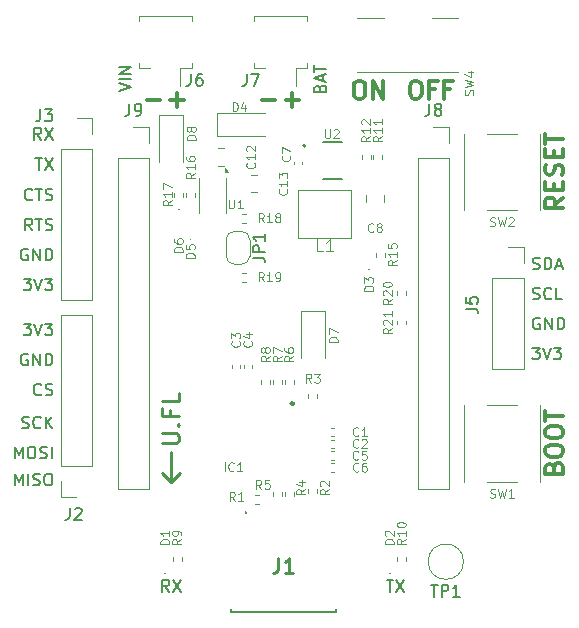
<source format=gbr>
%TF.GenerationSoftware,KiCad,Pcbnew,8.0.3*%
%TF.CreationDate,2024-10-16T20:56:53-05:00*%
%TF.ProjectId,BB-STM32 Dev Board,42422d53-544d-4333-9220-44657620426f,0*%
%TF.SameCoordinates,Original*%
%TF.FileFunction,Legend,Top*%
%TF.FilePolarity,Positive*%
%FSLAX46Y46*%
G04 Gerber Fmt 4.6, Leading zero omitted, Abs format (unit mm)*
G04 Created by KiCad (PCBNEW 8.0.3) date 2024-10-16 20:56:53*
%MOMM*%
%LPD*%
G01*
G04 APERTURE LIST*
%ADD10C,0.250000*%
%ADD11C,0.300000*%
%ADD12C,0.150000*%
%ADD13C,0.200000*%
%ADD14C,0.100000*%
%ADD15C,0.254000*%
%ADD16C,0.120000*%
%ADD17C,0.127000*%
G04 APERTURE END LIST*
D10*
X128500000Y-112250000D02*
X127750000Y-111500000D01*
X128500000Y-112250000D02*
X129250000Y-111500000D01*
X128500000Y-109750000D02*
X128500000Y-112250000D01*
X127680928Y-108978384D02*
X128895214Y-108978384D01*
X128895214Y-108978384D02*
X129038071Y-108906955D01*
X129038071Y-108906955D02*
X129109500Y-108835527D01*
X129109500Y-108835527D02*
X129180928Y-108692669D01*
X129180928Y-108692669D02*
X129180928Y-108406955D01*
X129180928Y-108406955D02*
X129109500Y-108264098D01*
X129109500Y-108264098D02*
X129038071Y-108192669D01*
X129038071Y-108192669D02*
X128895214Y-108121241D01*
X128895214Y-108121241D02*
X127680928Y-108121241D01*
X129038071Y-107406955D02*
X129109500Y-107335526D01*
X129109500Y-107335526D02*
X129180928Y-107406955D01*
X129180928Y-107406955D02*
X129109500Y-107478383D01*
X129109500Y-107478383D02*
X129038071Y-107406955D01*
X129038071Y-107406955D02*
X129180928Y-107406955D01*
X128395214Y-106192669D02*
X128395214Y-106692669D01*
X129180928Y-106692669D02*
X127680928Y-106692669D01*
X127680928Y-106692669D02*
X127680928Y-105978383D01*
X129180928Y-104692669D02*
X129180928Y-105406955D01*
X129180928Y-105406955D02*
X127680928Y-105406955D01*
D11*
X149052632Y-78300828D02*
X149338346Y-78300828D01*
X149338346Y-78300828D02*
X149481203Y-78372257D01*
X149481203Y-78372257D02*
X149624060Y-78515114D01*
X149624060Y-78515114D02*
X149695489Y-78800828D01*
X149695489Y-78800828D02*
X149695489Y-79300828D01*
X149695489Y-79300828D02*
X149624060Y-79586542D01*
X149624060Y-79586542D02*
X149481203Y-79729400D01*
X149481203Y-79729400D02*
X149338346Y-79800828D01*
X149338346Y-79800828D02*
X149052632Y-79800828D01*
X149052632Y-79800828D02*
X148909775Y-79729400D01*
X148909775Y-79729400D02*
X148766917Y-79586542D01*
X148766917Y-79586542D02*
X148695489Y-79300828D01*
X148695489Y-79300828D02*
X148695489Y-78800828D01*
X148695489Y-78800828D02*
X148766917Y-78515114D01*
X148766917Y-78515114D02*
X148909775Y-78372257D01*
X148909775Y-78372257D02*
X149052632Y-78300828D01*
X150838346Y-79015114D02*
X150338346Y-79015114D01*
X150338346Y-79800828D02*
X150338346Y-78300828D01*
X150338346Y-78300828D02*
X151052632Y-78300828D01*
X152124060Y-79015114D02*
X151624060Y-79015114D01*
X151624060Y-79800828D02*
X151624060Y-78300828D01*
X151624060Y-78300828D02*
X152338346Y-78300828D01*
X144302631Y-78300828D02*
X144588345Y-78300828D01*
X144588345Y-78300828D02*
X144731202Y-78372257D01*
X144731202Y-78372257D02*
X144874059Y-78515114D01*
X144874059Y-78515114D02*
X144945488Y-78800828D01*
X144945488Y-78800828D02*
X144945488Y-79300828D01*
X144945488Y-79300828D02*
X144874059Y-79586542D01*
X144874059Y-79586542D02*
X144731202Y-79729400D01*
X144731202Y-79729400D02*
X144588345Y-79800828D01*
X144588345Y-79800828D02*
X144302631Y-79800828D01*
X144302631Y-79800828D02*
X144159774Y-79729400D01*
X144159774Y-79729400D02*
X144016916Y-79586542D01*
X144016916Y-79586542D02*
X143945488Y-79300828D01*
X143945488Y-79300828D02*
X143945488Y-78800828D01*
X143945488Y-78800828D02*
X144016916Y-78515114D01*
X144016916Y-78515114D02*
X144159774Y-78372257D01*
X144159774Y-78372257D02*
X144302631Y-78300828D01*
X145588345Y-79800828D02*
X145588345Y-78300828D01*
X145588345Y-78300828D02*
X146445488Y-79800828D01*
X146445488Y-79800828D02*
X146445488Y-78300828D01*
D12*
X115248364Y-110262819D02*
X115248364Y-109262819D01*
X115248364Y-109262819D02*
X115581697Y-109977104D01*
X115581697Y-109977104D02*
X115915030Y-109262819D01*
X115915030Y-109262819D02*
X115915030Y-110262819D01*
X116581697Y-109262819D02*
X116772173Y-109262819D01*
X116772173Y-109262819D02*
X116867411Y-109310438D01*
X116867411Y-109310438D02*
X116962649Y-109405676D01*
X116962649Y-109405676D02*
X117010268Y-109596152D01*
X117010268Y-109596152D02*
X117010268Y-109929485D01*
X117010268Y-109929485D02*
X116962649Y-110119961D01*
X116962649Y-110119961D02*
X116867411Y-110215200D01*
X116867411Y-110215200D02*
X116772173Y-110262819D01*
X116772173Y-110262819D02*
X116581697Y-110262819D01*
X116581697Y-110262819D02*
X116486459Y-110215200D01*
X116486459Y-110215200D02*
X116391221Y-110119961D01*
X116391221Y-110119961D02*
X116343602Y-109929485D01*
X116343602Y-109929485D02*
X116343602Y-109596152D01*
X116343602Y-109596152D02*
X116391221Y-109405676D01*
X116391221Y-109405676D02*
X116486459Y-109310438D01*
X116486459Y-109310438D02*
X116581697Y-109262819D01*
X117391221Y-110215200D02*
X117534078Y-110262819D01*
X117534078Y-110262819D02*
X117772173Y-110262819D01*
X117772173Y-110262819D02*
X117867411Y-110215200D01*
X117867411Y-110215200D02*
X117915030Y-110167580D01*
X117915030Y-110167580D02*
X117962649Y-110072342D01*
X117962649Y-110072342D02*
X117962649Y-109977104D01*
X117962649Y-109977104D02*
X117915030Y-109881866D01*
X117915030Y-109881866D02*
X117867411Y-109834247D01*
X117867411Y-109834247D02*
X117772173Y-109786628D01*
X117772173Y-109786628D02*
X117581697Y-109739009D01*
X117581697Y-109739009D02*
X117486459Y-109691390D01*
X117486459Y-109691390D02*
X117438840Y-109643771D01*
X117438840Y-109643771D02*
X117391221Y-109548533D01*
X117391221Y-109548533D02*
X117391221Y-109453295D01*
X117391221Y-109453295D02*
X117438840Y-109358057D01*
X117438840Y-109358057D02*
X117486459Y-109310438D01*
X117486459Y-109310438D02*
X117581697Y-109262819D01*
X117581697Y-109262819D02*
X117819792Y-109262819D01*
X117819792Y-109262819D02*
X117962649Y-109310438D01*
X118391221Y-110262819D02*
X118391221Y-109262819D01*
X116724553Y-90958819D02*
X116391220Y-90482628D01*
X116153125Y-90958819D02*
X116153125Y-89958819D01*
X116153125Y-89958819D02*
X116534077Y-89958819D01*
X116534077Y-89958819D02*
X116629315Y-90006438D01*
X116629315Y-90006438D02*
X116676934Y-90054057D01*
X116676934Y-90054057D02*
X116724553Y-90149295D01*
X116724553Y-90149295D02*
X116724553Y-90292152D01*
X116724553Y-90292152D02*
X116676934Y-90387390D01*
X116676934Y-90387390D02*
X116629315Y-90435009D01*
X116629315Y-90435009D02*
X116534077Y-90482628D01*
X116534077Y-90482628D02*
X116153125Y-90482628D01*
X117010268Y-89958819D02*
X117581696Y-89958819D01*
X117295982Y-90958819D02*
X117295982Y-89958819D01*
X117867411Y-90911200D02*
X118010268Y-90958819D01*
X118010268Y-90958819D02*
X118248363Y-90958819D01*
X118248363Y-90958819D02*
X118343601Y-90911200D01*
X118343601Y-90911200D02*
X118391220Y-90863580D01*
X118391220Y-90863580D02*
X118438839Y-90768342D01*
X118438839Y-90768342D02*
X118438839Y-90673104D01*
X118438839Y-90673104D02*
X118391220Y-90577866D01*
X118391220Y-90577866D02*
X118343601Y-90530247D01*
X118343601Y-90530247D02*
X118248363Y-90482628D01*
X118248363Y-90482628D02*
X118057887Y-90435009D01*
X118057887Y-90435009D02*
X117962649Y-90387390D01*
X117962649Y-90387390D02*
X117915030Y-90339771D01*
X117915030Y-90339771D02*
X117867411Y-90244533D01*
X117867411Y-90244533D02*
X117867411Y-90149295D01*
X117867411Y-90149295D02*
X117915030Y-90054057D01*
X117915030Y-90054057D02*
X117962649Y-90006438D01*
X117962649Y-90006438D02*
X118057887Y-89958819D01*
X118057887Y-89958819D02*
X118295982Y-89958819D01*
X118295982Y-89958819D02*
X118438839Y-90006438D01*
D13*
X141093409Y-78929197D02*
X141141028Y-78786340D01*
X141141028Y-78786340D02*
X141188647Y-78738721D01*
X141188647Y-78738721D02*
X141283885Y-78691102D01*
X141283885Y-78691102D02*
X141426742Y-78691102D01*
X141426742Y-78691102D02*
X141521980Y-78738721D01*
X141521980Y-78738721D02*
X141569600Y-78786340D01*
X141569600Y-78786340D02*
X141617219Y-78881578D01*
X141617219Y-78881578D02*
X141617219Y-79262530D01*
X141617219Y-79262530D02*
X140617219Y-79262530D01*
X140617219Y-79262530D02*
X140617219Y-78929197D01*
X140617219Y-78929197D02*
X140664838Y-78833959D01*
X140664838Y-78833959D02*
X140712457Y-78786340D01*
X140712457Y-78786340D02*
X140807695Y-78738721D01*
X140807695Y-78738721D02*
X140902933Y-78738721D01*
X140902933Y-78738721D02*
X140998171Y-78786340D01*
X140998171Y-78786340D02*
X141045790Y-78833959D01*
X141045790Y-78833959D02*
X141093409Y-78929197D01*
X141093409Y-78929197D02*
X141093409Y-79262530D01*
X141331504Y-78310149D02*
X141331504Y-77833959D01*
X141617219Y-78405387D02*
X140617219Y-78072054D01*
X140617219Y-78072054D02*
X141617219Y-77738721D01*
X140617219Y-77548244D02*
X140617219Y-76976816D01*
X141617219Y-77262530D02*
X140617219Y-77262530D01*
D12*
X116010268Y-98848819D02*
X116629315Y-98848819D01*
X116629315Y-98848819D02*
X116295982Y-99229771D01*
X116295982Y-99229771D02*
X116438839Y-99229771D01*
X116438839Y-99229771D02*
X116534077Y-99277390D01*
X116534077Y-99277390D02*
X116581696Y-99325009D01*
X116581696Y-99325009D02*
X116629315Y-99420247D01*
X116629315Y-99420247D02*
X116629315Y-99658342D01*
X116629315Y-99658342D02*
X116581696Y-99753580D01*
X116581696Y-99753580D02*
X116534077Y-99801200D01*
X116534077Y-99801200D02*
X116438839Y-99848819D01*
X116438839Y-99848819D02*
X116153125Y-99848819D01*
X116153125Y-99848819D02*
X116057887Y-99801200D01*
X116057887Y-99801200D02*
X116010268Y-99753580D01*
X116915030Y-98848819D02*
X117248363Y-99848819D01*
X117248363Y-99848819D02*
X117581696Y-98848819D01*
X117819792Y-98848819D02*
X118438839Y-98848819D01*
X118438839Y-98848819D02*
X118105506Y-99229771D01*
X118105506Y-99229771D02*
X118248363Y-99229771D01*
X118248363Y-99229771D02*
X118343601Y-99277390D01*
X118343601Y-99277390D02*
X118391220Y-99325009D01*
X118391220Y-99325009D02*
X118438839Y-99420247D01*
X118438839Y-99420247D02*
X118438839Y-99658342D01*
X118438839Y-99658342D02*
X118391220Y-99753580D01*
X118391220Y-99753580D02*
X118343601Y-99801200D01*
X118343601Y-99801200D02*
X118248363Y-99848819D01*
X118248363Y-99848819D02*
X117962649Y-99848819D01*
X117962649Y-99848819D02*
X117867411Y-99801200D01*
X117867411Y-99801200D02*
X117819792Y-99753580D01*
X117486458Y-83262619D02*
X117153125Y-82786428D01*
X116915030Y-83262619D02*
X116915030Y-82262619D01*
X116915030Y-82262619D02*
X117295982Y-82262619D01*
X117295982Y-82262619D02*
X117391220Y-82310238D01*
X117391220Y-82310238D02*
X117438839Y-82357857D01*
X117438839Y-82357857D02*
X117486458Y-82453095D01*
X117486458Y-82453095D02*
X117486458Y-82595952D01*
X117486458Y-82595952D02*
X117438839Y-82691190D01*
X117438839Y-82691190D02*
X117391220Y-82738809D01*
X117391220Y-82738809D02*
X117295982Y-82786428D01*
X117295982Y-82786428D02*
X116915030Y-82786428D01*
X117819792Y-82262619D02*
X118486458Y-83262619D01*
X118486458Y-82262619D02*
X117819792Y-83262619D01*
X117486458Y-104833580D02*
X117438839Y-104881200D01*
X117438839Y-104881200D02*
X117295982Y-104928819D01*
X117295982Y-104928819D02*
X117200744Y-104928819D01*
X117200744Y-104928819D02*
X117057887Y-104881200D01*
X117057887Y-104881200D02*
X116962649Y-104785961D01*
X116962649Y-104785961D02*
X116915030Y-104690723D01*
X116915030Y-104690723D02*
X116867411Y-104500247D01*
X116867411Y-104500247D02*
X116867411Y-104357390D01*
X116867411Y-104357390D02*
X116915030Y-104166914D01*
X116915030Y-104166914D02*
X116962649Y-104071676D01*
X116962649Y-104071676D02*
X117057887Y-103976438D01*
X117057887Y-103976438D02*
X117200744Y-103928819D01*
X117200744Y-103928819D02*
X117295982Y-103928819D01*
X117295982Y-103928819D02*
X117438839Y-103976438D01*
X117438839Y-103976438D02*
X117486458Y-104024057D01*
X117867411Y-104881200D02*
X118010268Y-104928819D01*
X118010268Y-104928819D02*
X118248363Y-104928819D01*
X118248363Y-104928819D02*
X118343601Y-104881200D01*
X118343601Y-104881200D02*
X118391220Y-104833580D01*
X118391220Y-104833580D02*
X118438839Y-104738342D01*
X118438839Y-104738342D02*
X118438839Y-104643104D01*
X118438839Y-104643104D02*
X118391220Y-104547866D01*
X118391220Y-104547866D02*
X118343601Y-104500247D01*
X118343601Y-104500247D02*
X118248363Y-104452628D01*
X118248363Y-104452628D02*
X118057887Y-104405009D01*
X118057887Y-104405009D02*
X117962649Y-104357390D01*
X117962649Y-104357390D02*
X117915030Y-104309771D01*
X117915030Y-104309771D02*
X117867411Y-104214533D01*
X117867411Y-104214533D02*
X117867411Y-104119295D01*
X117867411Y-104119295D02*
X117915030Y-104024057D01*
X117915030Y-104024057D02*
X117962649Y-103976438D01*
X117962649Y-103976438D02*
X118057887Y-103928819D01*
X118057887Y-103928819D02*
X118295982Y-103928819D01*
X118295982Y-103928819D02*
X118438839Y-103976438D01*
X116010268Y-95038819D02*
X116629315Y-95038819D01*
X116629315Y-95038819D02*
X116295982Y-95419771D01*
X116295982Y-95419771D02*
X116438839Y-95419771D01*
X116438839Y-95419771D02*
X116534077Y-95467390D01*
X116534077Y-95467390D02*
X116581696Y-95515009D01*
X116581696Y-95515009D02*
X116629315Y-95610247D01*
X116629315Y-95610247D02*
X116629315Y-95848342D01*
X116629315Y-95848342D02*
X116581696Y-95943580D01*
X116581696Y-95943580D02*
X116534077Y-95991200D01*
X116534077Y-95991200D02*
X116438839Y-96038819D01*
X116438839Y-96038819D02*
X116153125Y-96038819D01*
X116153125Y-96038819D02*
X116057887Y-95991200D01*
X116057887Y-95991200D02*
X116010268Y-95943580D01*
X116915030Y-95038819D02*
X117248363Y-96038819D01*
X117248363Y-96038819D02*
X117581696Y-95038819D01*
X117819792Y-95038819D02*
X118438839Y-95038819D01*
X118438839Y-95038819D02*
X118105506Y-95419771D01*
X118105506Y-95419771D02*
X118248363Y-95419771D01*
X118248363Y-95419771D02*
X118343601Y-95467390D01*
X118343601Y-95467390D02*
X118391220Y-95515009D01*
X118391220Y-95515009D02*
X118438839Y-95610247D01*
X118438839Y-95610247D02*
X118438839Y-95848342D01*
X118438839Y-95848342D02*
X118391220Y-95943580D01*
X118391220Y-95943580D02*
X118343601Y-95991200D01*
X118343601Y-95991200D02*
X118248363Y-96038819D01*
X118248363Y-96038819D02*
X117962649Y-96038819D01*
X117962649Y-96038819D02*
X117867411Y-95991200D01*
X117867411Y-95991200D02*
X117819792Y-95943580D01*
D11*
X129571428Y-79893100D02*
X128428571Y-79893100D01*
X128999999Y-79321671D02*
X128999999Y-80464528D01*
D12*
X116343601Y-92546438D02*
X116248363Y-92498819D01*
X116248363Y-92498819D02*
X116105506Y-92498819D01*
X116105506Y-92498819D02*
X115962649Y-92546438D01*
X115962649Y-92546438D02*
X115867411Y-92641676D01*
X115867411Y-92641676D02*
X115819792Y-92736914D01*
X115819792Y-92736914D02*
X115772173Y-92927390D01*
X115772173Y-92927390D02*
X115772173Y-93070247D01*
X115772173Y-93070247D02*
X115819792Y-93260723D01*
X115819792Y-93260723D02*
X115867411Y-93355961D01*
X115867411Y-93355961D02*
X115962649Y-93451200D01*
X115962649Y-93451200D02*
X116105506Y-93498819D01*
X116105506Y-93498819D02*
X116200744Y-93498819D01*
X116200744Y-93498819D02*
X116343601Y-93451200D01*
X116343601Y-93451200D02*
X116391220Y-93403580D01*
X116391220Y-93403580D02*
X116391220Y-93070247D01*
X116391220Y-93070247D02*
X116200744Y-93070247D01*
X116819792Y-93498819D02*
X116819792Y-92498819D01*
X116819792Y-92498819D02*
X117391220Y-93498819D01*
X117391220Y-93498819D02*
X117391220Y-92498819D01*
X117867411Y-93498819D02*
X117867411Y-92498819D01*
X117867411Y-92498819D02*
X118105506Y-92498819D01*
X118105506Y-92498819D02*
X118248363Y-92546438D01*
X118248363Y-92546438D02*
X118343601Y-92641676D01*
X118343601Y-92641676D02*
X118391220Y-92736914D01*
X118391220Y-92736914D02*
X118438839Y-92927390D01*
X118438839Y-92927390D02*
X118438839Y-93070247D01*
X118438839Y-93070247D02*
X118391220Y-93260723D01*
X118391220Y-93260723D02*
X118343601Y-93355961D01*
X118343601Y-93355961D02*
X118248363Y-93451200D01*
X118248363Y-93451200D02*
X118105506Y-93498819D01*
X118105506Y-93498819D02*
X117867411Y-93498819D01*
X128333333Y-121539819D02*
X128000000Y-121063628D01*
X127761905Y-121539819D02*
X127761905Y-120539819D01*
X127761905Y-120539819D02*
X128142857Y-120539819D01*
X128142857Y-120539819D02*
X128238095Y-120587438D01*
X128238095Y-120587438D02*
X128285714Y-120635057D01*
X128285714Y-120635057D02*
X128333333Y-120730295D01*
X128333333Y-120730295D02*
X128333333Y-120873152D01*
X128333333Y-120873152D02*
X128285714Y-120968390D01*
X128285714Y-120968390D02*
X128238095Y-121016009D01*
X128238095Y-121016009D02*
X128142857Y-121063628D01*
X128142857Y-121063628D02*
X127761905Y-121063628D01*
X128666667Y-120539819D02*
X129333333Y-121539819D01*
X129333333Y-120539819D02*
X128666667Y-121539819D01*
D11*
X137321428Y-79893100D02*
X136178571Y-79893100D01*
D12*
X116724553Y-88323580D02*
X116676934Y-88371200D01*
X116676934Y-88371200D02*
X116534077Y-88418819D01*
X116534077Y-88418819D02*
X116438839Y-88418819D01*
X116438839Y-88418819D02*
X116295982Y-88371200D01*
X116295982Y-88371200D02*
X116200744Y-88275961D01*
X116200744Y-88275961D02*
X116153125Y-88180723D01*
X116153125Y-88180723D02*
X116105506Y-87990247D01*
X116105506Y-87990247D02*
X116105506Y-87847390D01*
X116105506Y-87847390D02*
X116153125Y-87656914D01*
X116153125Y-87656914D02*
X116200744Y-87561676D01*
X116200744Y-87561676D02*
X116295982Y-87466438D01*
X116295982Y-87466438D02*
X116438839Y-87418819D01*
X116438839Y-87418819D02*
X116534077Y-87418819D01*
X116534077Y-87418819D02*
X116676934Y-87466438D01*
X116676934Y-87466438D02*
X116724553Y-87514057D01*
X117010268Y-87418819D02*
X117581696Y-87418819D01*
X117295982Y-88418819D02*
X117295982Y-87418819D01*
X117867411Y-88371200D02*
X118010268Y-88418819D01*
X118010268Y-88418819D02*
X118248363Y-88418819D01*
X118248363Y-88418819D02*
X118343601Y-88371200D01*
X118343601Y-88371200D02*
X118391220Y-88323580D01*
X118391220Y-88323580D02*
X118438839Y-88228342D01*
X118438839Y-88228342D02*
X118438839Y-88133104D01*
X118438839Y-88133104D02*
X118391220Y-88037866D01*
X118391220Y-88037866D02*
X118343601Y-87990247D01*
X118343601Y-87990247D02*
X118248363Y-87942628D01*
X118248363Y-87942628D02*
X118057887Y-87895009D01*
X118057887Y-87895009D02*
X117962649Y-87847390D01*
X117962649Y-87847390D02*
X117915030Y-87799771D01*
X117915030Y-87799771D02*
X117867411Y-87704533D01*
X117867411Y-87704533D02*
X117867411Y-87609295D01*
X117867411Y-87609295D02*
X117915030Y-87514057D01*
X117915030Y-87514057D02*
X117962649Y-87466438D01*
X117962649Y-87466438D02*
X118057887Y-87418819D01*
X118057887Y-87418819D02*
X118295982Y-87418819D01*
X118295982Y-87418819D02*
X118438839Y-87466438D01*
X159117160Y-94215200D02*
X159260017Y-94262819D01*
X159260017Y-94262819D02*
X159498112Y-94262819D01*
X159498112Y-94262819D02*
X159593350Y-94215200D01*
X159593350Y-94215200D02*
X159640969Y-94167580D01*
X159640969Y-94167580D02*
X159688588Y-94072342D01*
X159688588Y-94072342D02*
X159688588Y-93977104D01*
X159688588Y-93977104D02*
X159640969Y-93881866D01*
X159640969Y-93881866D02*
X159593350Y-93834247D01*
X159593350Y-93834247D02*
X159498112Y-93786628D01*
X159498112Y-93786628D02*
X159307636Y-93739009D01*
X159307636Y-93739009D02*
X159212398Y-93691390D01*
X159212398Y-93691390D02*
X159164779Y-93643771D01*
X159164779Y-93643771D02*
X159117160Y-93548533D01*
X159117160Y-93548533D02*
X159117160Y-93453295D01*
X159117160Y-93453295D02*
X159164779Y-93358057D01*
X159164779Y-93358057D02*
X159212398Y-93310438D01*
X159212398Y-93310438D02*
X159307636Y-93262819D01*
X159307636Y-93262819D02*
X159545731Y-93262819D01*
X159545731Y-93262819D02*
X159688588Y-93310438D01*
X160117160Y-94262819D02*
X160117160Y-93262819D01*
X160117160Y-93262819D02*
X160355255Y-93262819D01*
X160355255Y-93262819D02*
X160498112Y-93310438D01*
X160498112Y-93310438D02*
X160593350Y-93405676D01*
X160593350Y-93405676D02*
X160640969Y-93500914D01*
X160640969Y-93500914D02*
X160688588Y-93691390D01*
X160688588Y-93691390D02*
X160688588Y-93834247D01*
X160688588Y-93834247D02*
X160640969Y-94024723D01*
X160640969Y-94024723D02*
X160593350Y-94119961D01*
X160593350Y-94119961D02*
X160498112Y-94215200D01*
X160498112Y-94215200D02*
X160355255Y-94262819D01*
X160355255Y-94262819D02*
X160117160Y-94262819D01*
X161069541Y-93977104D02*
X161545731Y-93977104D01*
X160974303Y-94262819D02*
X161307636Y-93262819D01*
X161307636Y-93262819D02*
X161640969Y-94262819D01*
X116343601Y-101436438D02*
X116248363Y-101388819D01*
X116248363Y-101388819D02*
X116105506Y-101388819D01*
X116105506Y-101388819D02*
X115962649Y-101436438D01*
X115962649Y-101436438D02*
X115867411Y-101531676D01*
X115867411Y-101531676D02*
X115819792Y-101626914D01*
X115819792Y-101626914D02*
X115772173Y-101817390D01*
X115772173Y-101817390D02*
X115772173Y-101960247D01*
X115772173Y-101960247D02*
X115819792Y-102150723D01*
X115819792Y-102150723D02*
X115867411Y-102245961D01*
X115867411Y-102245961D02*
X115962649Y-102341200D01*
X115962649Y-102341200D02*
X116105506Y-102388819D01*
X116105506Y-102388819D02*
X116200744Y-102388819D01*
X116200744Y-102388819D02*
X116343601Y-102341200D01*
X116343601Y-102341200D02*
X116391220Y-102293580D01*
X116391220Y-102293580D02*
X116391220Y-101960247D01*
X116391220Y-101960247D02*
X116200744Y-101960247D01*
X116819792Y-102388819D02*
X116819792Y-101388819D01*
X116819792Y-101388819D02*
X117391220Y-102388819D01*
X117391220Y-102388819D02*
X117391220Y-101388819D01*
X117867411Y-102388819D02*
X117867411Y-101388819D01*
X117867411Y-101388819D02*
X118105506Y-101388819D01*
X118105506Y-101388819D02*
X118248363Y-101436438D01*
X118248363Y-101436438D02*
X118343601Y-101531676D01*
X118343601Y-101531676D02*
X118391220Y-101626914D01*
X118391220Y-101626914D02*
X118438839Y-101817390D01*
X118438839Y-101817390D02*
X118438839Y-101960247D01*
X118438839Y-101960247D02*
X118391220Y-102150723D01*
X118391220Y-102150723D02*
X118343601Y-102245961D01*
X118343601Y-102245961D02*
X118248363Y-102341200D01*
X118248363Y-102341200D02*
X118105506Y-102388819D01*
X118105506Y-102388819D02*
X117867411Y-102388819D01*
X115867411Y-107675200D02*
X116010268Y-107722819D01*
X116010268Y-107722819D02*
X116248363Y-107722819D01*
X116248363Y-107722819D02*
X116343601Y-107675200D01*
X116343601Y-107675200D02*
X116391220Y-107627580D01*
X116391220Y-107627580D02*
X116438839Y-107532342D01*
X116438839Y-107532342D02*
X116438839Y-107437104D01*
X116438839Y-107437104D02*
X116391220Y-107341866D01*
X116391220Y-107341866D02*
X116343601Y-107294247D01*
X116343601Y-107294247D02*
X116248363Y-107246628D01*
X116248363Y-107246628D02*
X116057887Y-107199009D01*
X116057887Y-107199009D02*
X115962649Y-107151390D01*
X115962649Y-107151390D02*
X115915030Y-107103771D01*
X115915030Y-107103771D02*
X115867411Y-107008533D01*
X115867411Y-107008533D02*
X115867411Y-106913295D01*
X115867411Y-106913295D02*
X115915030Y-106818057D01*
X115915030Y-106818057D02*
X115962649Y-106770438D01*
X115962649Y-106770438D02*
X116057887Y-106722819D01*
X116057887Y-106722819D02*
X116295982Y-106722819D01*
X116295982Y-106722819D02*
X116438839Y-106770438D01*
X117438839Y-107627580D02*
X117391220Y-107675200D01*
X117391220Y-107675200D02*
X117248363Y-107722819D01*
X117248363Y-107722819D02*
X117153125Y-107722819D01*
X117153125Y-107722819D02*
X117010268Y-107675200D01*
X117010268Y-107675200D02*
X116915030Y-107579961D01*
X116915030Y-107579961D02*
X116867411Y-107484723D01*
X116867411Y-107484723D02*
X116819792Y-107294247D01*
X116819792Y-107294247D02*
X116819792Y-107151390D01*
X116819792Y-107151390D02*
X116867411Y-106960914D01*
X116867411Y-106960914D02*
X116915030Y-106865676D01*
X116915030Y-106865676D02*
X117010268Y-106770438D01*
X117010268Y-106770438D02*
X117153125Y-106722819D01*
X117153125Y-106722819D02*
X117248363Y-106722819D01*
X117248363Y-106722819D02*
X117391220Y-106770438D01*
X117391220Y-106770438D02*
X117438839Y-106818057D01*
X117867411Y-107722819D02*
X117867411Y-106722819D01*
X118438839Y-107722819D02*
X118010268Y-107151390D01*
X118438839Y-106722819D02*
X117867411Y-107294247D01*
D11*
X139321428Y-79893100D02*
X138178571Y-79893100D01*
X138749999Y-79321671D02*
X138749999Y-80464528D01*
D12*
X159688588Y-98390438D02*
X159593350Y-98342819D01*
X159593350Y-98342819D02*
X159450493Y-98342819D01*
X159450493Y-98342819D02*
X159307636Y-98390438D01*
X159307636Y-98390438D02*
X159212398Y-98485676D01*
X159212398Y-98485676D02*
X159164779Y-98580914D01*
X159164779Y-98580914D02*
X159117160Y-98771390D01*
X159117160Y-98771390D02*
X159117160Y-98914247D01*
X159117160Y-98914247D02*
X159164779Y-99104723D01*
X159164779Y-99104723D02*
X159212398Y-99199961D01*
X159212398Y-99199961D02*
X159307636Y-99295200D01*
X159307636Y-99295200D02*
X159450493Y-99342819D01*
X159450493Y-99342819D02*
X159545731Y-99342819D01*
X159545731Y-99342819D02*
X159688588Y-99295200D01*
X159688588Y-99295200D02*
X159736207Y-99247580D01*
X159736207Y-99247580D02*
X159736207Y-98914247D01*
X159736207Y-98914247D02*
X159545731Y-98914247D01*
X160164779Y-99342819D02*
X160164779Y-98342819D01*
X160164779Y-98342819D02*
X160736207Y-99342819D01*
X160736207Y-99342819D02*
X160736207Y-98342819D01*
X161212398Y-99342819D02*
X161212398Y-98342819D01*
X161212398Y-98342819D02*
X161450493Y-98342819D01*
X161450493Y-98342819D02*
X161593350Y-98390438D01*
X161593350Y-98390438D02*
X161688588Y-98485676D01*
X161688588Y-98485676D02*
X161736207Y-98580914D01*
X161736207Y-98580914D02*
X161783826Y-98771390D01*
X161783826Y-98771390D02*
X161783826Y-98914247D01*
X161783826Y-98914247D02*
X161736207Y-99104723D01*
X161736207Y-99104723D02*
X161688588Y-99199961D01*
X161688588Y-99199961D02*
X161593350Y-99295200D01*
X161593350Y-99295200D02*
X161450493Y-99342819D01*
X161450493Y-99342819D02*
X161212398Y-99342819D01*
X159069541Y-100882819D02*
X159688588Y-100882819D01*
X159688588Y-100882819D02*
X159355255Y-101263771D01*
X159355255Y-101263771D02*
X159498112Y-101263771D01*
X159498112Y-101263771D02*
X159593350Y-101311390D01*
X159593350Y-101311390D02*
X159640969Y-101359009D01*
X159640969Y-101359009D02*
X159688588Y-101454247D01*
X159688588Y-101454247D02*
X159688588Y-101692342D01*
X159688588Y-101692342D02*
X159640969Y-101787580D01*
X159640969Y-101787580D02*
X159593350Y-101835200D01*
X159593350Y-101835200D02*
X159498112Y-101882819D01*
X159498112Y-101882819D02*
X159212398Y-101882819D01*
X159212398Y-101882819D02*
X159117160Y-101835200D01*
X159117160Y-101835200D02*
X159069541Y-101787580D01*
X159974303Y-100882819D02*
X160307636Y-101882819D01*
X160307636Y-101882819D02*
X160640969Y-100882819D01*
X160879065Y-100882819D02*
X161498112Y-100882819D01*
X161498112Y-100882819D02*
X161164779Y-101263771D01*
X161164779Y-101263771D02*
X161307636Y-101263771D01*
X161307636Y-101263771D02*
X161402874Y-101311390D01*
X161402874Y-101311390D02*
X161450493Y-101359009D01*
X161450493Y-101359009D02*
X161498112Y-101454247D01*
X161498112Y-101454247D02*
X161498112Y-101692342D01*
X161498112Y-101692342D02*
X161450493Y-101787580D01*
X161450493Y-101787580D02*
X161402874Y-101835200D01*
X161402874Y-101835200D02*
X161307636Y-101882819D01*
X161307636Y-101882819D02*
X161021922Y-101882819D01*
X161021922Y-101882819D02*
X160926684Y-101835200D01*
X160926684Y-101835200D02*
X160879065Y-101787580D01*
X117010268Y-84802619D02*
X117581696Y-84802619D01*
X117295982Y-85802619D02*
X117295982Y-84802619D01*
X117819792Y-84802619D02*
X118486458Y-85802619D01*
X118486458Y-84802619D02*
X117819792Y-85802619D01*
D11*
X161678328Y-88178571D02*
X160964042Y-88678571D01*
X161678328Y-89035714D02*
X160178328Y-89035714D01*
X160178328Y-89035714D02*
X160178328Y-88464285D01*
X160178328Y-88464285D02*
X160249757Y-88321428D01*
X160249757Y-88321428D02*
X160321185Y-88249999D01*
X160321185Y-88249999D02*
X160464042Y-88178571D01*
X160464042Y-88178571D02*
X160678328Y-88178571D01*
X160678328Y-88178571D02*
X160821185Y-88249999D01*
X160821185Y-88249999D02*
X160892614Y-88321428D01*
X160892614Y-88321428D02*
X160964042Y-88464285D01*
X160964042Y-88464285D02*
X160964042Y-89035714D01*
X160892614Y-87535714D02*
X160892614Y-87035714D01*
X161678328Y-86821428D02*
X161678328Y-87535714D01*
X161678328Y-87535714D02*
X160178328Y-87535714D01*
X160178328Y-87535714D02*
X160178328Y-86821428D01*
X161606900Y-86249999D02*
X161678328Y-86035714D01*
X161678328Y-86035714D02*
X161678328Y-85678571D01*
X161678328Y-85678571D02*
X161606900Y-85535714D01*
X161606900Y-85535714D02*
X161535471Y-85464285D01*
X161535471Y-85464285D02*
X161392614Y-85392856D01*
X161392614Y-85392856D02*
X161249757Y-85392856D01*
X161249757Y-85392856D02*
X161106900Y-85464285D01*
X161106900Y-85464285D02*
X161035471Y-85535714D01*
X161035471Y-85535714D02*
X160964042Y-85678571D01*
X160964042Y-85678571D02*
X160892614Y-85964285D01*
X160892614Y-85964285D02*
X160821185Y-86107142D01*
X160821185Y-86107142D02*
X160749757Y-86178571D01*
X160749757Y-86178571D02*
X160606900Y-86249999D01*
X160606900Y-86249999D02*
X160464042Y-86249999D01*
X160464042Y-86249999D02*
X160321185Y-86178571D01*
X160321185Y-86178571D02*
X160249757Y-86107142D01*
X160249757Y-86107142D02*
X160178328Y-85964285D01*
X160178328Y-85964285D02*
X160178328Y-85607142D01*
X160178328Y-85607142D02*
X160249757Y-85392856D01*
X160892614Y-84750000D02*
X160892614Y-84250000D01*
X161678328Y-84035714D02*
X161678328Y-84750000D01*
X161678328Y-84750000D02*
X160178328Y-84750000D01*
X160178328Y-84750000D02*
X160178328Y-84035714D01*
X160178328Y-83607142D02*
X160178328Y-82750000D01*
X161678328Y-83178571D02*
X160178328Y-83178571D01*
D12*
X115248364Y-112548819D02*
X115248364Y-111548819D01*
X115248364Y-111548819D02*
X115581697Y-112263104D01*
X115581697Y-112263104D02*
X115915030Y-111548819D01*
X115915030Y-111548819D02*
X115915030Y-112548819D01*
X116391221Y-112548819D02*
X116391221Y-111548819D01*
X116819792Y-112501200D02*
X116962649Y-112548819D01*
X116962649Y-112548819D02*
X117200744Y-112548819D01*
X117200744Y-112548819D02*
X117295982Y-112501200D01*
X117295982Y-112501200D02*
X117343601Y-112453580D01*
X117343601Y-112453580D02*
X117391220Y-112358342D01*
X117391220Y-112358342D02*
X117391220Y-112263104D01*
X117391220Y-112263104D02*
X117343601Y-112167866D01*
X117343601Y-112167866D02*
X117295982Y-112120247D01*
X117295982Y-112120247D02*
X117200744Y-112072628D01*
X117200744Y-112072628D02*
X117010268Y-112025009D01*
X117010268Y-112025009D02*
X116915030Y-111977390D01*
X116915030Y-111977390D02*
X116867411Y-111929771D01*
X116867411Y-111929771D02*
X116819792Y-111834533D01*
X116819792Y-111834533D02*
X116819792Y-111739295D01*
X116819792Y-111739295D02*
X116867411Y-111644057D01*
X116867411Y-111644057D02*
X116915030Y-111596438D01*
X116915030Y-111596438D02*
X117010268Y-111548819D01*
X117010268Y-111548819D02*
X117248363Y-111548819D01*
X117248363Y-111548819D02*
X117391220Y-111596438D01*
X118010268Y-111548819D02*
X118200744Y-111548819D01*
X118200744Y-111548819D02*
X118295982Y-111596438D01*
X118295982Y-111596438D02*
X118391220Y-111691676D01*
X118391220Y-111691676D02*
X118438839Y-111882152D01*
X118438839Y-111882152D02*
X118438839Y-112215485D01*
X118438839Y-112215485D02*
X118391220Y-112405961D01*
X118391220Y-112405961D02*
X118295982Y-112501200D01*
X118295982Y-112501200D02*
X118200744Y-112548819D01*
X118200744Y-112548819D02*
X118010268Y-112548819D01*
X118010268Y-112548819D02*
X117915030Y-112501200D01*
X117915030Y-112501200D02*
X117819792Y-112405961D01*
X117819792Y-112405961D02*
X117772173Y-112215485D01*
X117772173Y-112215485D02*
X117772173Y-111882152D01*
X117772173Y-111882152D02*
X117819792Y-111691676D01*
X117819792Y-111691676D02*
X117915030Y-111596438D01*
X117915030Y-111596438D02*
X118010268Y-111548819D01*
D11*
X160892614Y-111035714D02*
X160964042Y-110821428D01*
X160964042Y-110821428D02*
X161035471Y-110749999D01*
X161035471Y-110749999D02*
X161178328Y-110678571D01*
X161178328Y-110678571D02*
X161392614Y-110678571D01*
X161392614Y-110678571D02*
X161535471Y-110749999D01*
X161535471Y-110749999D02*
X161606900Y-110821428D01*
X161606900Y-110821428D02*
X161678328Y-110964285D01*
X161678328Y-110964285D02*
X161678328Y-111535714D01*
X161678328Y-111535714D02*
X160178328Y-111535714D01*
X160178328Y-111535714D02*
X160178328Y-111035714D01*
X160178328Y-111035714D02*
X160249757Y-110892857D01*
X160249757Y-110892857D02*
X160321185Y-110821428D01*
X160321185Y-110821428D02*
X160464042Y-110749999D01*
X160464042Y-110749999D02*
X160606900Y-110749999D01*
X160606900Y-110749999D02*
X160749757Y-110821428D01*
X160749757Y-110821428D02*
X160821185Y-110892857D01*
X160821185Y-110892857D02*
X160892614Y-111035714D01*
X160892614Y-111035714D02*
X160892614Y-111535714D01*
X160178328Y-109749999D02*
X160178328Y-109464285D01*
X160178328Y-109464285D02*
X160249757Y-109321428D01*
X160249757Y-109321428D02*
X160392614Y-109178571D01*
X160392614Y-109178571D02*
X160678328Y-109107142D01*
X160678328Y-109107142D02*
X161178328Y-109107142D01*
X161178328Y-109107142D02*
X161464042Y-109178571D01*
X161464042Y-109178571D02*
X161606900Y-109321428D01*
X161606900Y-109321428D02*
X161678328Y-109464285D01*
X161678328Y-109464285D02*
X161678328Y-109749999D01*
X161678328Y-109749999D02*
X161606900Y-109892857D01*
X161606900Y-109892857D02*
X161464042Y-110035714D01*
X161464042Y-110035714D02*
X161178328Y-110107142D01*
X161178328Y-110107142D02*
X160678328Y-110107142D01*
X160678328Y-110107142D02*
X160392614Y-110035714D01*
X160392614Y-110035714D02*
X160249757Y-109892857D01*
X160249757Y-109892857D02*
X160178328Y-109749999D01*
X160178328Y-108178570D02*
X160178328Y-107892856D01*
X160178328Y-107892856D02*
X160249757Y-107749999D01*
X160249757Y-107749999D02*
X160392614Y-107607142D01*
X160392614Y-107607142D02*
X160678328Y-107535713D01*
X160678328Y-107535713D02*
X161178328Y-107535713D01*
X161178328Y-107535713D02*
X161464042Y-107607142D01*
X161464042Y-107607142D02*
X161606900Y-107749999D01*
X161606900Y-107749999D02*
X161678328Y-107892856D01*
X161678328Y-107892856D02*
X161678328Y-108178570D01*
X161678328Y-108178570D02*
X161606900Y-108321428D01*
X161606900Y-108321428D02*
X161464042Y-108464285D01*
X161464042Y-108464285D02*
X161178328Y-108535713D01*
X161178328Y-108535713D02*
X160678328Y-108535713D01*
X160678328Y-108535713D02*
X160392614Y-108464285D01*
X160392614Y-108464285D02*
X160249757Y-108321428D01*
X160249757Y-108321428D02*
X160178328Y-108178570D01*
X160178328Y-107107141D02*
X160178328Y-106249999D01*
X161678328Y-106678570D02*
X160178328Y-106678570D01*
D12*
X146738095Y-120539819D02*
X147309523Y-120539819D01*
X147023809Y-121539819D02*
X147023809Y-120539819D01*
X147547619Y-120539819D02*
X148214285Y-121539819D01*
X148214285Y-120539819D02*
X147547619Y-121539819D01*
D13*
X124117219Y-79167291D02*
X125117219Y-78833958D01*
X125117219Y-78833958D02*
X124117219Y-78500625D01*
X125117219Y-78167291D02*
X124117219Y-78167291D01*
X125117219Y-77691101D02*
X124117219Y-77691101D01*
X124117219Y-77691101D02*
X125117219Y-77119673D01*
X125117219Y-77119673D02*
X124117219Y-77119673D01*
D11*
X127571428Y-79893100D02*
X126428571Y-79893100D01*
D12*
X159117160Y-96755200D02*
X159260017Y-96802819D01*
X159260017Y-96802819D02*
X159498112Y-96802819D01*
X159498112Y-96802819D02*
X159593350Y-96755200D01*
X159593350Y-96755200D02*
X159640969Y-96707580D01*
X159640969Y-96707580D02*
X159688588Y-96612342D01*
X159688588Y-96612342D02*
X159688588Y-96517104D01*
X159688588Y-96517104D02*
X159640969Y-96421866D01*
X159640969Y-96421866D02*
X159593350Y-96374247D01*
X159593350Y-96374247D02*
X159498112Y-96326628D01*
X159498112Y-96326628D02*
X159307636Y-96279009D01*
X159307636Y-96279009D02*
X159212398Y-96231390D01*
X159212398Y-96231390D02*
X159164779Y-96183771D01*
X159164779Y-96183771D02*
X159117160Y-96088533D01*
X159117160Y-96088533D02*
X159117160Y-95993295D01*
X159117160Y-95993295D02*
X159164779Y-95898057D01*
X159164779Y-95898057D02*
X159212398Y-95850438D01*
X159212398Y-95850438D02*
X159307636Y-95802819D01*
X159307636Y-95802819D02*
X159545731Y-95802819D01*
X159545731Y-95802819D02*
X159688588Y-95850438D01*
X160688588Y-96707580D02*
X160640969Y-96755200D01*
X160640969Y-96755200D02*
X160498112Y-96802819D01*
X160498112Y-96802819D02*
X160402874Y-96802819D01*
X160402874Y-96802819D02*
X160260017Y-96755200D01*
X160260017Y-96755200D02*
X160164779Y-96659961D01*
X160164779Y-96659961D02*
X160117160Y-96564723D01*
X160117160Y-96564723D02*
X160069541Y-96374247D01*
X160069541Y-96374247D02*
X160069541Y-96231390D01*
X160069541Y-96231390D02*
X160117160Y-96040914D01*
X160117160Y-96040914D02*
X160164779Y-95945676D01*
X160164779Y-95945676D02*
X160260017Y-95850438D01*
X160260017Y-95850438D02*
X160402874Y-95802819D01*
X160402874Y-95802819D02*
X160498112Y-95802819D01*
X160498112Y-95802819D02*
X160640969Y-95850438D01*
X160640969Y-95850438D02*
X160688588Y-95898057D01*
X161593350Y-96802819D02*
X161117160Y-96802819D01*
X161117160Y-96802819D02*
X161117160Y-95802819D01*
X124966666Y-80244819D02*
X124966666Y-80959104D01*
X124966666Y-80959104D02*
X124919047Y-81101961D01*
X124919047Y-81101961D02*
X124823809Y-81197200D01*
X124823809Y-81197200D02*
X124680952Y-81244819D01*
X124680952Y-81244819D02*
X124585714Y-81244819D01*
X125490476Y-81244819D02*
X125680952Y-81244819D01*
X125680952Y-81244819D02*
X125776190Y-81197200D01*
X125776190Y-81197200D02*
X125823809Y-81149580D01*
X125823809Y-81149580D02*
X125919047Y-81006723D01*
X125919047Y-81006723D02*
X125966666Y-80816247D01*
X125966666Y-80816247D02*
X125966666Y-80435295D01*
X125966666Y-80435295D02*
X125919047Y-80340057D01*
X125919047Y-80340057D02*
X125871428Y-80292438D01*
X125871428Y-80292438D02*
X125776190Y-80244819D01*
X125776190Y-80244819D02*
X125585714Y-80244819D01*
X125585714Y-80244819D02*
X125490476Y-80292438D01*
X125490476Y-80292438D02*
X125442857Y-80340057D01*
X125442857Y-80340057D02*
X125395238Y-80435295D01*
X125395238Y-80435295D02*
X125395238Y-80673390D01*
X125395238Y-80673390D02*
X125442857Y-80768628D01*
X125442857Y-80768628D02*
X125490476Y-80816247D01*
X125490476Y-80816247D02*
X125585714Y-80863866D01*
X125585714Y-80863866D02*
X125776190Y-80863866D01*
X125776190Y-80863866D02*
X125871428Y-80816247D01*
X125871428Y-80816247D02*
X125919047Y-80768628D01*
X125919047Y-80768628D02*
X125966666Y-80673390D01*
X150366666Y-80244819D02*
X150366666Y-80959104D01*
X150366666Y-80959104D02*
X150319047Y-81101961D01*
X150319047Y-81101961D02*
X150223809Y-81197200D01*
X150223809Y-81197200D02*
X150080952Y-81244819D01*
X150080952Y-81244819D02*
X149985714Y-81244819D01*
X150985714Y-80673390D02*
X150890476Y-80625771D01*
X150890476Y-80625771D02*
X150842857Y-80578152D01*
X150842857Y-80578152D02*
X150795238Y-80482914D01*
X150795238Y-80482914D02*
X150795238Y-80435295D01*
X150795238Y-80435295D02*
X150842857Y-80340057D01*
X150842857Y-80340057D02*
X150890476Y-80292438D01*
X150890476Y-80292438D02*
X150985714Y-80244819D01*
X150985714Y-80244819D02*
X151176190Y-80244819D01*
X151176190Y-80244819D02*
X151271428Y-80292438D01*
X151271428Y-80292438D02*
X151319047Y-80340057D01*
X151319047Y-80340057D02*
X151366666Y-80435295D01*
X151366666Y-80435295D02*
X151366666Y-80482914D01*
X151366666Y-80482914D02*
X151319047Y-80578152D01*
X151319047Y-80578152D02*
X151271428Y-80625771D01*
X151271428Y-80625771D02*
X151176190Y-80673390D01*
X151176190Y-80673390D02*
X150985714Y-80673390D01*
X150985714Y-80673390D02*
X150890476Y-80721009D01*
X150890476Y-80721009D02*
X150842857Y-80768628D01*
X150842857Y-80768628D02*
X150795238Y-80863866D01*
X150795238Y-80863866D02*
X150795238Y-81054342D01*
X150795238Y-81054342D02*
X150842857Y-81149580D01*
X150842857Y-81149580D02*
X150890476Y-81197200D01*
X150890476Y-81197200D02*
X150985714Y-81244819D01*
X150985714Y-81244819D02*
X151176190Y-81244819D01*
X151176190Y-81244819D02*
X151271428Y-81197200D01*
X151271428Y-81197200D02*
X151319047Y-81149580D01*
X151319047Y-81149580D02*
X151366666Y-81054342D01*
X151366666Y-81054342D02*
X151366666Y-80863866D01*
X151366666Y-80863866D02*
X151319047Y-80768628D01*
X151319047Y-80768628D02*
X151271428Y-80721009D01*
X151271428Y-80721009D02*
X151176190Y-80673390D01*
D14*
X133378571Y-88341764D02*
X133378571Y-88948907D01*
X133378571Y-88948907D02*
X133414285Y-89020335D01*
X133414285Y-89020335D02*
X133450000Y-89056050D01*
X133450000Y-89056050D02*
X133521428Y-89091764D01*
X133521428Y-89091764D02*
X133664285Y-89091764D01*
X133664285Y-89091764D02*
X133735714Y-89056050D01*
X133735714Y-89056050D02*
X133771428Y-89020335D01*
X133771428Y-89020335D02*
X133807142Y-88948907D01*
X133807142Y-88948907D02*
X133807142Y-88341764D01*
X134557142Y-89091764D02*
X134128571Y-89091764D01*
X134342856Y-89091764D02*
X134342856Y-88341764D01*
X134342856Y-88341764D02*
X134271428Y-88448907D01*
X134271428Y-88448907D02*
X134199999Y-88520335D01*
X134199999Y-88520335D02*
X134128571Y-88556050D01*
X141333333Y-92707419D02*
X140857143Y-92707419D01*
X140857143Y-92707419D02*
X140857143Y-91707419D01*
X142190476Y-92707419D02*
X141619048Y-92707419D01*
X141904762Y-92707419D02*
X141904762Y-91707419D01*
X141904762Y-91707419D02*
X141809524Y-91850276D01*
X141809524Y-91850276D02*
X141714286Y-91945514D01*
X141714286Y-91945514D02*
X141619048Y-91993133D01*
X138270335Y-87482143D02*
X138306050Y-87517857D01*
X138306050Y-87517857D02*
X138341764Y-87625000D01*
X138341764Y-87625000D02*
X138341764Y-87696428D01*
X138341764Y-87696428D02*
X138306050Y-87803571D01*
X138306050Y-87803571D02*
X138234621Y-87875000D01*
X138234621Y-87875000D02*
X138163192Y-87910714D01*
X138163192Y-87910714D02*
X138020335Y-87946428D01*
X138020335Y-87946428D02*
X137913192Y-87946428D01*
X137913192Y-87946428D02*
X137770335Y-87910714D01*
X137770335Y-87910714D02*
X137698907Y-87875000D01*
X137698907Y-87875000D02*
X137627478Y-87803571D01*
X137627478Y-87803571D02*
X137591764Y-87696428D01*
X137591764Y-87696428D02*
X137591764Y-87625000D01*
X137591764Y-87625000D02*
X137627478Y-87517857D01*
X137627478Y-87517857D02*
X137663192Y-87482143D01*
X138341764Y-86767857D02*
X138341764Y-87196428D01*
X138341764Y-86982143D02*
X137591764Y-86982143D01*
X137591764Y-86982143D02*
X137698907Y-87053571D01*
X137698907Y-87053571D02*
X137770335Y-87125000D01*
X137770335Y-87125000D02*
X137806050Y-87196428D01*
X137591764Y-86517857D02*
X137591764Y-86053571D01*
X137591764Y-86053571D02*
X137877478Y-86303571D01*
X137877478Y-86303571D02*
X137877478Y-86196428D01*
X137877478Y-86196428D02*
X137913192Y-86125000D01*
X137913192Y-86125000D02*
X137948907Y-86089285D01*
X137948907Y-86089285D02*
X138020335Y-86053571D01*
X138020335Y-86053571D02*
X138198907Y-86053571D01*
X138198907Y-86053571D02*
X138270335Y-86089285D01*
X138270335Y-86089285D02*
X138306050Y-86125000D01*
X138306050Y-86125000D02*
X138341764Y-86196428D01*
X138341764Y-86196428D02*
X138341764Y-86410714D01*
X138341764Y-86410714D02*
X138306050Y-86482142D01*
X138306050Y-86482142D02*
X138270335Y-86517857D01*
X135520335Y-85232143D02*
X135556050Y-85267857D01*
X135556050Y-85267857D02*
X135591764Y-85375000D01*
X135591764Y-85375000D02*
X135591764Y-85446428D01*
X135591764Y-85446428D02*
X135556050Y-85553571D01*
X135556050Y-85553571D02*
X135484621Y-85625000D01*
X135484621Y-85625000D02*
X135413192Y-85660714D01*
X135413192Y-85660714D02*
X135270335Y-85696428D01*
X135270335Y-85696428D02*
X135163192Y-85696428D01*
X135163192Y-85696428D02*
X135020335Y-85660714D01*
X135020335Y-85660714D02*
X134948907Y-85625000D01*
X134948907Y-85625000D02*
X134877478Y-85553571D01*
X134877478Y-85553571D02*
X134841764Y-85446428D01*
X134841764Y-85446428D02*
X134841764Y-85375000D01*
X134841764Y-85375000D02*
X134877478Y-85267857D01*
X134877478Y-85267857D02*
X134913192Y-85232143D01*
X135591764Y-84517857D02*
X135591764Y-84946428D01*
X135591764Y-84732143D02*
X134841764Y-84732143D01*
X134841764Y-84732143D02*
X134948907Y-84803571D01*
X134948907Y-84803571D02*
X135020335Y-84875000D01*
X135020335Y-84875000D02*
X135056050Y-84946428D01*
X134913192Y-84232142D02*
X134877478Y-84196428D01*
X134877478Y-84196428D02*
X134841764Y-84125000D01*
X134841764Y-84125000D02*
X134841764Y-83946428D01*
X134841764Y-83946428D02*
X134877478Y-83875000D01*
X134877478Y-83875000D02*
X134913192Y-83839285D01*
X134913192Y-83839285D02*
X134984621Y-83803571D01*
X134984621Y-83803571D02*
X135056050Y-83803571D01*
X135056050Y-83803571D02*
X135163192Y-83839285D01*
X135163192Y-83839285D02*
X135591764Y-84267857D01*
X135591764Y-84267857D02*
X135591764Y-83803571D01*
X141515571Y-82385364D02*
X141515571Y-82992507D01*
X141515571Y-82992507D02*
X141551285Y-83063935D01*
X141551285Y-83063935D02*
X141587000Y-83099650D01*
X141587000Y-83099650D02*
X141658428Y-83135364D01*
X141658428Y-83135364D02*
X141801285Y-83135364D01*
X141801285Y-83135364D02*
X141872714Y-83099650D01*
X141872714Y-83099650D02*
X141908428Y-83063935D01*
X141908428Y-83063935D02*
X141944142Y-82992507D01*
X141944142Y-82992507D02*
X141944142Y-82385364D01*
X142265571Y-82456792D02*
X142301285Y-82421078D01*
X142301285Y-82421078D02*
X142372714Y-82385364D01*
X142372714Y-82385364D02*
X142551285Y-82385364D01*
X142551285Y-82385364D02*
X142622714Y-82421078D01*
X142622714Y-82421078D02*
X142658428Y-82456792D01*
X142658428Y-82456792D02*
X142694142Y-82528221D01*
X142694142Y-82528221D02*
X142694142Y-82599650D01*
X142694142Y-82599650D02*
X142658428Y-82706792D01*
X142658428Y-82706792D02*
X142229856Y-83135364D01*
X142229856Y-83135364D02*
X142694142Y-83135364D01*
D15*
X137576667Y-118654318D02*
X137576667Y-119561461D01*
X137576667Y-119561461D02*
X137516190Y-119742889D01*
X137516190Y-119742889D02*
X137395238Y-119863842D01*
X137395238Y-119863842D02*
X137213809Y-119924318D01*
X137213809Y-119924318D02*
X137092857Y-119924318D01*
X138846667Y-119924318D02*
X138120952Y-119924318D01*
X138483809Y-119924318D02*
X138483809Y-118654318D01*
X138483809Y-118654318D02*
X138362857Y-118835746D01*
X138362857Y-118835746D02*
X138241905Y-118956699D01*
X138241905Y-118956699D02*
X138120952Y-119017175D01*
D14*
X133017857Y-111341764D02*
X133017857Y-110591764D01*
X133803571Y-111270335D02*
X133767857Y-111306050D01*
X133767857Y-111306050D02*
X133660714Y-111341764D01*
X133660714Y-111341764D02*
X133589286Y-111341764D01*
X133589286Y-111341764D02*
X133482143Y-111306050D01*
X133482143Y-111306050D02*
X133410714Y-111234621D01*
X133410714Y-111234621D02*
X133375000Y-111163192D01*
X133375000Y-111163192D02*
X133339286Y-111020335D01*
X133339286Y-111020335D02*
X133339286Y-110913192D01*
X133339286Y-110913192D02*
X133375000Y-110770335D01*
X133375000Y-110770335D02*
X133410714Y-110698907D01*
X133410714Y-110698907D02*
X133482143Y-110627478D01*
X133482143Y-110627478D02*
X133589286Y-110591764D01*
X133589286Y-110591764D02*
X133660714Y-110591764D01*
X133660714Y-110591764D02*
X133767857Y-110627478D01*
X133767857Y-110627478D02*
X133803571Y-110663192D01*
X134517857Y-111341764D02*
X134089286Y-111341764D01*
X134303571Y-111341764D02*
X134303571Y-110591764D01*
X134303571Y-110591764D02*
X134232143Y-110698907D01*
X134232143Y-110698907D02*
X134160714Y-110770335D01*
X134160714Y-110770335D02*
X134089286Y-110806050D01*
X154056050Y-79499999D02*
X154091764Y-79392857D01*
X154091764Y-79392857D02*
X154091764Y-79214285D01*
X154091764Y-79214285D02*
X154056050Y-79142857D01*
X154056050Y-79142857D02*
X154020335Y-79107142D01*
X154020335Y-79107142D02*
X153948907Y-79071428D01*
X153948907Y-79071428D02*
X153877478Y-79071428D01*
X153877478Y-79071428D02*
X153806050Y-79107142D01*
X153806050Y-79107142D02*
X153770335Y-79142857D01*
X153770335Y-79142857D02*
X153734621Y-79214285D01*
X153734621Y-79214285D02*
X153698907Y-79357142D01*
X153698907Y-79357142D02*
X153663192Y-79428571D01*
X153663192Y-79428571D02*
X153627478Y-79464285D01*
X153627478Y-79464285D02*
X153556050Y-79499999D01*
X153556050Y-79499999D02*
X153484621Y-79499999D01*
X153484621Y-79499999D02*
X153413192Y-79464285D01*
X153413192Y-79464285D02*
X153377478Y-79428571D01*
X153377478Y-79428571D02*
X153341764Y-79357142D01*
X153341764Y-79357142D02*
X153341764Y-79178571D01*
X153341764Y-79178571D02*
X153377478Y-79071428D01*
X153341764Y-78821428D02*
X154091764Y-78642856D01*
X154091764Y-78642856D02*
X153556050Y-78499999D01*
X153556050Y-78499999D02*
X154091764Y-78357142D01*
X154091764Y-78357142D02*
X153341764Y-78178571D01*
X153591764Y-77571428D02*
X154091764Y-77571428D01*
X153306050Y-77749999D02*
X153841764Y-77928570D01*
X153841764Y-77928570D02*
X153841764Y-77464285D01*
X147171764Y-99232143D02*
X146814621Y-99482143D01*
X147171764Y-99660714D02*
X146421764Y-99660714D01*
X146421764Y-99660714D02*
X146421764Y-99375000D01*
X146421764Y-99375000D02*
X146457478Y-99303571D01*
X146457478Y-99303571D02*
X146493192Y-99267857D01*
X146493192Y-99267857D02*
X146564621Y-99232143D01*
X146564621Y-99232143D02*
X146671764Y-99232143D01*
X146671764Y-99232143D02*
X146743192Y-99267857D01*
X146743192Y-99267857D02*
X146778907Y-99303571D01*
X146778907Y-99303571D02*
X146814621Y-99375000D01*
X146814621Y-99375000D02*
X146814621Y-99660714D01*
X146493192Y-98946428D02*
X146457478Y-98910714D01*
X146457478Y-98910714D02*
X146421764Y-98839286D01*
X146421764Y-98839286D02*
X146421764Y-98660714D01*
X146421764Y-98660714D02*
X146457478Y-98589286D01*
X146457478Y-98589286D02*
X146493192Y-98553571D01*
X146493192Y-98553571D02*
X146564621Y-98517857D01*
X146564621Y-98517857D02*
X146636050Y-98517857D01*
X146636050Y-98517857D02*
X146743192Y-98553571D01*
X146743192Y-98553571D02*
X147171764Y-98982143D01*
X147171764Y-98982143D02*
X147171764Y-98517857D01*
X147171764Y-97803571D02*
X147171764Y-98232142D01*
X147171764Y-98017857D02*
X146421764Y-98017857D01*
X146421764Y-98017857D02*
X146528907Y-98089285D01*
X146528907Y-98089285D02*
X146600335Y-98160714D01*
X146600335Y-98160714D02*
X146636050Y-98232142D01*
X147171764Y-96732143D02*
X146814621Y-96982143D01*
X147171764Y-97160714D02*
X146421764Y-97160714D01*
X146421764Y-97160714D02*
X146421764Y-96875000D01*
X146421764Y-96875000D02*
X146457478Y-96803571D01*
X146457478Y-96803571D02*
X146493192Y-96767857D01*
X146493192Y-96767857D02*
X146564621Y-96732143D01*
X146564621Y-96732143D02*
X146671764Y-96732143D01*
X146671764Y-96732143D02*
X146743192Y-96767857D01*
X146743192Y-96767857D02*
X146778907Y-96803571D01*
X146778907Y-96803571D02*
X146814621Y-96875000D01*
X146814621Y-96875000D02*
X146814621Y-97160714D01*
X146493192Y-96446428D02*
X146457478Y-96410714D01*
X146457478Y-96410714D02*
X146421764Y-96339286D01*
X146421764Y-96339286D02*
X146421764Y-96160714D01*
X146421764Y-96160714D02*
X146457478Y-96089286D01*
X146457478Y-96089286D02*
X146493192Y-96053571D01*
X146493192Y-96053571D02*
X146564621Y-96017857D01*
X146564621Y-96017857D02*
X146636050Y-96017857D01*
X146636050Y-96017857D02*
X146743192Y-96053571D01*
X146743192Y-96053571D02*
X147171764Y-96482143D01*
X147171764Y-96482143D02*
X147171764Y-96017857D01*
X146421764Y-95553571D02*
X146421764Y-95482142D01*
X146421764Y-95482142D02*
X146457478Y-95410714D01*
X146457478Y-95410714D02*
X146493192Y-95375000D01*
X146493192Y-95375000D02*
X146564621Y-95339285D01*
X146564621Y-95339285D02*
X146707478Y-95303571D01*
X146707478Y-95303571D02*
X146886050Y-95303571D01*
X146886050Y-95303571D02*
X147028907Y-95339285D01*
X147028907Y-95339285D02*
X147100335Y-95375000D01*
X147100335Y-95375000D02*
X147136050Y-95410714D01*
X147136050Y-95410714D02*
X147171764Y-95482142D01*
X147171764Y-95482142D02*
X147171764Y-95553571D01*
X147171764Y-95553571D02*
X147136050Y-95625000D01*
X147136050Y-95625000D02*
X147100335Y-95660714D01*
X147100335Y-95660714D02*
X147028907Y-95696428D01*
X147028907Y-95696428D02*
X146886050Y-95732142D01*
X146886050Y-95732142D02*
X146707478Y-95732142D01*
X146707478Y-95732142D02*
X146564621Y-95696428D01*
X146564621Y-95696428D02*
X146493192Y-95660714D01*
X146493192Y-95660714D02*
X146457478Y-95625000D01*
X146457478Y-95625000D02*
X146421764Y-95553571D01*
X130591764Y-83303571D02*
X129841764Y-83303571D01*
X129841764Y-83303571D02*
X129841764Y-83125000D01*
X129841764Y-83125000D02*
X129877478Y-83017857D01*
X129877478Y-83017857D02*
X129948907Y-82946428D01*
X129948907Y-82946428D02*
X130020335Y-82910714D01*
X130020335Y-82910714D02*
X130163192Y-82875000D01*
X130163192Y-82875000D02*
X130270335Y-82875000D01*
X130270335Y-82875000D02*
X130413192Y-82910714D01*
X130413192Y-82910714D02*
X130484621Y-82946428D01*
X130484621Y-82946428D02*
X130556050Y-83017857D01*
X130556050Y-83017857D02*
X130591764Y-83125000D01*
X130591764Y-83125000D02*
X130591764Y-83303571D01*
X130163192Y-82446428D02*
X130127478Y-82517857D01*
X130127478Y-82517857D02*
X130091764Y-82553571D01*
X130091764Y-82553571D02*
X130020335Y-82589285D01*
X130020335Y-82589285D02*
X129984621Y-82589285D01*
X129984621Y-82589285D02*
X129913192Y-82553571D01*
X129913192Y-82553571D02*
X129877478Y-82517857D01*
X129877478Y-82517857D02*
X129841764Y-82446428D01*
X129841764Y-82446428D02*
X129841764Y-82303571D01*
X129841764Y-82303571D02*
X129877478Y-82232143D01*
X129877478Y-82232143D02*
X129913192Y-82196428D01*
X129913192Y-82196428D02*
X129984621Y-82160714D01*
X129984621Y-82160714D02*
X130020335Y-82160714D01*
X130020335Y-82160714D02*
X130091764Y-82196428D01*
X130091764Y-82196428D02*
X130127478Y-82232143D01*
X130127478Y-82232143D02*
X130163192Y-82303571D01*
X130163192Y-82303571D02*
X130163192Y-82446428D01*
X130163192Y-82446428D02*
X130198907Y-82517857D01*
X130198907Y-82517857D02*
X130234621Y-82553571D01*
X130234621Y-82553571D02*
X130306050Y-82589285D01*
X130306050Y-82589285D02*
X130448907Y-82589285D01*
X130448907Y-82589285D02*
X130520335Y-82553571D01*
X130520335Y-82553571D02*
X130556050Y-82517857D01*
X130556050Y-82517857D02*
X130591764Y-82446428D01*
X130591764Y-82446428D02*
X130591764Y-82303571D01*
X130591764Y-82303571D02*
X130556050Y-82232143D01*
X130556050Y-82232143D02*
X130520335Y-82196428D01*
X130520335Y-82196428D02*
X130448907Y-82160714D01*
X130448907Y-82160714D02*
X130306050Y-82160714D01*
X130306050Y-82160714D02*
X130234621Y-82196428D01*
X130234621Y-82196428D02*
X130198907Y-82232143D01*
X130198907Y-82232143D02*
X130163192Y-82303571D01*
X142592471Y-100404278D02*
X141842471Y-100404278D01*
X141842471Y-100404278D02*
X141842471Y-100225707D01*
X141842471Y-100225707D02*
X141878185Y-100118564D01*
X141878185Y-100118564D02*
X141949614Y-100047135D01*
X141949614Y-100047135D02*
X142021042Y-100011421D01*
X142021042Y-100011421D02*
X142163899Y-99975707D01*
X142163899Y-99975707D02*
X142271042Y-99975707D01*
X142271042Y-99975707D02*
X142413899Y-100011421D01*
X142413899Y-100011421D02*
X142485328Y-100047135D01*
X142485328Y-100047135D02*
X142556757Y-100118564D01*
X142556757Y-100118564D02*
X142592471Y-100225707D01*
X142592471Y-100225707D02*
X142592471Y-100404278D01*
X141842471Y-99725707D02*
X141842471Y-99225707D01*
X141842471Y-99225707D02*
X142592471Y-99547135D01*
X133696428Y-80841764D02*
X133696428Y-80091764D01*
X133696428Y-80091764D02*
X133874999Y-80091764D01*
X133874999Y-80091764D02*
X133982142Y-80127478D01*
X133982142Y-80127478D02*
X134053571Y-80198907D01*
X134053571Y-80198907D02*
X134089285Y-80270335D01*
X134089285Y-80270335D02*
X134124999Y-80413192D01*
X134124999Y-80413192D02*
X134124999Y-80520335D01*
X134124999Y-80520335D02*
X134089285Y-80663192D01*
X134089285Y-80663192D02*
X134053571Y-80734621D01*
X134053571Y-80734621D02*
X133982142Y-80806050D01*
X133982142Y-80806050D02*
X133874999Y-80841764D01*
X133874999Y-80841764D02*
X133696428Y-80841764D01*
X134767857Y-80341764D02*
X134767857Y-80841764D01*
X134589285Y-80056050D02*
X134410714Y-80591764D01*
X134410714Y-80591764D02*
X134874999Y-80591764D01*
X136124999Y-112841764D02*
X135874999Y-112484621D01*
X135696428Y-112841764D02*
X135696428Y-112091764D01*
X135696428Y-112091764D02*
X135982142Y-112091764D01*
X135982142Y-112091764D02*
X136053571Y-112127478D01*
X136053571Y-112127478D02*
X136089285Y-112163192D01*
X136089285Y-112163192D02*
X136124999Y-112234621D01*
X136124999Y-112234621D02*
X136124999Y-112341764D01*
X136124999Y-112341764D02*
X136089285Y-112413192D01*
X136089285Y-112413192D02*
X136053571Y-112448907D01*
X136053571Y-112448907D02*
X135982142Y-112484621D01*
X135982142Y-112484621D02*
X135696428Y-112484621D01*
X136803571Y-112091764D02*
X136446428Y-112091764D01*
X136446428Y-112091764D02*
X136410714Y-112448907D01*
X136410714Y-112448907D02*
X136446428Y-112413192D01*
X136446428Y-112413192D02*
X136517857Y-112377478D01*
X136517857Y-112377478D02*
X136696428Y-112377478D01*
X136696428Y-112377478D02*
X136767857Y-112413192D01*
X136767857Y-112413192D02*
X136803571Y-112448907D01*
X136803571Y-112448907D02*
X136839285Y-112520335D01*
X136839285Y-112520335D02*
X136839285Y-112698907D01*
X136839285Y-112698907D02*
X136803571Y-112770335D01*
X136803571Y-112770335D02*
X136767857Y-112806050D01*
X136767857Y-112806050D02*
X136696428Y-112841764D01*
X136696428Y-112841764D02*
X136517857Y-112841764D01*
X136517857Y-112841764D02*
X136446428Y-112806050D01*
X136446428Y-112806050D02*
X136410714Y-112770335D01*
X155500000Y-113556050D02*
X155607143Y-113591764D01*
X155607143Y-113591764D02*
X155785714Y-113591764D01*
X155785714Y-113591764D02*
X155857143Y-113556050D01*
X155857143Y-113556050D02*
X155892857Y-113520335D01*
X155892857Y-113520335D02*
X155928571Y-113448907D01*
X155928571Y-113448907D02*
X155928571Y-113377478D01*
X155928571Y-113377478D02*
X155892857Y-113306050D01*
X155892857Y-113306050D02*
X155857143Y-113270335D01*
X155857143Y-113270335D02*
X155785714Y-113234621D01*
X155785714Y-113234621D02*
X155642857Y-113198907D01*
X155642857Y-113198907D02*
X155571428Y-113163192D01*
X155571428Y-113163192D02*
X155535714Y-113127478D01*
X155535714Y-113127478D02*
X155500000Y-113056050D01*
X155500000Y-113056050D02*
X155500000Y-112984621D01*
X155500000Y-112984621D02*
X155535714Y-112913192D01*
X155535714Y-112913192D02*
X155571428Y-112877478D01*
X155571428Y-112877478D02*
X155642857Y-112841764D01*
X155642857Y-112841764D02*
X155821428Y-112841764D01*
X155821428Y-112841764D02*
X155928571Y-112877478D01*
X156178571Y-112841764D02*
X156357143Y-113591764D01*
X156357143Y-113591764D02*
X156500000Y-113056050D01*
X156500000Y-113056050D02*
X156642857Y-113591764D01*
X156642857Y-113591764D02*
X156821429Y-112841764D01*
X157500000Y-113591764D02*
X157071429Y-113591764D01*
X157285714Y-113591764D02*
X157285714Y-112841764D01*
X157285714Y-112841764D02*
X157214286Y-112948907D01*
X157214286Y-112948907D02*
X157142857Y-113020335D01*
X157142857Y-113020335D02*
X157071429Y-113056050D01*
X129491764Y-92776503D02*
X128741764Y-92776503D01*
X128741764Y-92776503D02*
X128741764Y-92597932D01*
X128741764Y-92597932D02*
X128777478Y-92490789D01*
X128777478Y-92490789D02*
X128848907Y-92419360D01*
X128848907Y-92419360D02*
X128920335Y-92383646D01*
X128920335Y-92383646D02*
X129063192Y-92347932D01*
X129063192Y-92347932D02*
X129170335Y-92347932D01*
X129170335Y-92347932D02*
X129313192Y-92383646D01*
X129313192Y-92383646D02*
X129384621Y-92419360D01*
X129384621Y-92419360D02*
X129456050Y-92490789D01*
X129456050Y-92490789D02*
X129491764Y-92597932D01*
X129491764Y-92597932D02*
X129491764Y-92776503D01*
X128741764Y-91705075D02*
X128741764Y-91847932D01*
X128741764Y-91847932D02*
X128777478Y-91919360D01*
X128777478Y-91919360D02*
X128813192Y-91955075D01*
X128813192Y-91955075D02*
X128920335Y-92026503D01*
X128920335Y-92026503D02*
X129063192Y-92062217D01*
X129063192Y-92062217D02*
X129348907Y-92062217D01*
X129348907Y-92062217D02*
X129420335Y-92026503D01*
X129420335Y-92026503D02*
X129456050Y-91990789D01*
X129456050Y-91990789D02*
X129491764Y-91919360D01*
X129491764Y-91919360D02*
X129491764Y-91776503D01*
X129491764Y-91776503D02*
X129456050Y-91705075D01*
X129456050Y-91705075D02*
X129420335Y-91669360D01*
X129420335Y-91669360D02*
X129348907Y-91633646D01*
X129348907Y-91633646D02*
X129170335Y-91633646D01*
X129170335Y-91633646D02*
X129098907Y-91669360D01*
X129098907Y-91669360D02*
X129063192Y-91705075D01*
X129063192Y-91705075D02*
X129027478Y-91776503D01*
X129027478Y-91776503D02*
X129027478Y-91919360D01*
X129027478Y-91919360D02*
X129063192Y-91990789D01*
X129063192Y-91990789D02*
X129098907Y-92026503D01*
X129098907Y-92026503D02*
X129170335Y-92062217D01*
X136841764Y-101577068D02*
X136484621Y-101827068D01*
X136841764Y-102005639D02*
X136091764Y-102005639D01*
X136091764Y-102005639D02*
X136091764Y-101719925D01*
X136091764Y-101719925D02*
X136127478Y-101648496D01*
X136127478Y-101648496D02*
X136163192Y-101612782D01*
X136163192Y-101612782D02*
X136234621Y-101577068D01*
X136234621Y-101577068D02*
X136341764Y-101577068D01*
X136341764Y-101577068D02*
X136413192Y-101612782D01*
X136413192Y-101612782D02*
X136448907Y-101648496D01*
X136448907Y-101648496D02*
X136484621Y-101719925D01*
X136484621Y-101719925D02*
X136484621Y-102005639D01*
X136413192Y-101148496D02*
X136377478Y-101219925D01*
X136377478Y-101219925D02*
X136341764Y-101255639D01*
X136341764Y-101255639D02*
X136270335Y-101291353D01*
X136270335Y-101291353D02*
X136234621Y-101291353D01*
X136234621Y-101291353D02*
X136163192Y-101255639D01*
X136163192Y-101255639D02*
X136127478Y-101219925D01*
X136127478Y-101219925D02*
X136091764Y-101148496D01*
X136091764Y-101148496D02*
X136091764Y-101005639D01*
X136091764Y-101005639D02*
X136127478Y-100934211D01*
X136127478Y-100934211D02*
X136163192Y-100898496D01*
X136163192Y-100898496D02*
X136234621Y-100862782D01*
X136234621Y-100862782D02*
X136270335Y-100862782D01*
X136270335Y-100862782D02*
X136341764Y-100898496D01*
X136341764Y-100898496D02*
X136377478Y-100934211D01*
X136377478Y-100934211D02*
X136413192Y-101005639D01*
X136413192Y-101005639D02*
X136413192Y-101148496D01*
X136413192Y-101148496D02*
X136448907Y-101219925D01*
X136448907Y-101219925D02*
X136484621Y-101255639D01*
X136484621Y-101255639D02*
X136556050Y-101291353D01*
X136556050Y-101291353D02*
X136698907Y-101291353D01*
X136698907Y-101291353D02*
X136770335Y-101255639D01*
X136770335Y-101255639D02*
X136806050Y-101219925D01*
X136806050Y-101219925D02*
X136841764Y-101148496D01*
X136841764Y-101148496D02*
X136841764Y-101005639D01*
X136841764Y-101005639D02*
X136806050Y-100934211D01*
X136806050Y-100934211D02*
X136770335Y-100898496D01*
X136770335Y-100898496D02*
X136698907Y-100862782D01*
X136698907Y-100862782D02*
X136556050Y-100862782D01*
X136556050Y-100862782D02*
X136484621Y-100898496D01*
X136484621Y-100898496D02*
X136448907Y-100934211D01*
X136448907Y-100934211D02*
X136413192Y-101005639D01*
X145341764Y-82982143D02*
X144984621Y-83232143D01*
X145341764Y-83410714D02*
X144591764Y-83410714D01*
X144591764Y-83410714D02*
X144591764Y-83125000D01*
X144591764Y-83125000D02*
X144627478Y-83053571D01*
X144627478Y-83053571D02*
X144663192Y-83017857D01*
X144663192Y-83017857D02*
X144734621Y-82982143D01*
X144734621Y-82982143D02*
X144841764Y-82982143D01*
X144841764Y-82982143D02*
X144913192Y-83017857D01*
X144913192Y-83017857D02*
X144948907Y-83053571D01*
X144948907Y-83053571D02*
X144984621Y-83125000D01*
X144984621Y-83125000D02*
X144984621Y-83410714D01*
X145341764Y-82267857D02*
X145341764Y-82696428D01*
X145341764Y-82482143D02*
X144591764Y-82482143D01*
X144591764Y-82482143D02*
X144698907Y-82553571D01*
X144698907Y-82553571D02*
X144770335Y-82625000D01*
X144770335Y-82625000D02*
X144806050Y-82696428D01*
X144663192Y-81982142D02*
X144627478Y-81946428D01*
X144627478Y-81946428D02*
X144591764Y-81875000D01*
X144591764Y-81875000D02*
X144591764Y-81696428D01*
X144591764Y-81696428D02*
X144627478Y-81625000D01*
X144627478Y-81625000D02*
X144663192Y-81589285D01*
X144663192Y-81589285D02*
X144734621Y-81553571D01*
X144734621Y-81553571D02*
X144806050Y-81553571D01*
X144806050Y-81553571D02*
X144913192Y-81589285D01*
X144913192Y-81589285D02*
X145341764Y-82017857D01*
X145341764Y-82017857D02*
X145341764Y-81553571D01*
X144355431Y-111295335D02*
X144319717Y-111331050D01*
X144319717Y-111331050D02*
X144212574Y-111366764D01*
X144212574Y-111366764D02*
X144141146Y-111366764D01*
X144141146Y-111366764D02*
X144034003Y-111331050D01*
X144034003Y-111331050D02*
X143962574Y-111259621D01*
X143962574Y-111259621D02*
X143926860Y-111188192D01*
X143926860Y-111188192D02*
X143891146Y-111045335D01*
X143891146Y-111045335D02*
X143891146Y-110938192D01*
X143891146Y-110938192D02*
X143926860Y-110795335D01*
X143926860Y-110795335D02*
X143962574Y-110723907D01*
X143962574Y-110723907D02*
X144034003Y-110652478D01*
X144034003Y-110652478D02*
X144141146Y-110616764D01*
X144141146Y-110616764D02*
X144212574Y-110616764D01*
X144212574Y-110616764D02*
X144319717Y-110652478D01*
X144319717Y-110652478D02*
X144355431Y-110688192D01*
X144998289Y-110616764D02*
X144855431Y-110616764D01*
X144855431Y-110616764D02*
X144784003Y-110652478D01*
X144784003Y-110652478D02*
X144748289Y-110688192D01*
X144748289Y-110688192D02*
X144676860Y-110795335D01*
X144676860Y-110795335D02*
X144641146Y-110938192D01*
X144641146Y-110938192D02*
X144641146Y-111223907D01*
X144641146Y-111223907D02*
X144676860Y-111295335D01*
X144676860Y-111295335D02*
X144712574Y-111331050D01*
X144712574Y-111331050D02*
X144784003Y-111366764D01*
X144784003Y-111366764D02*
X144926860Y-111366764D01*
X144926860Y-111366764D02*
X144998289Y-111331050D01*
X144998289Y-111331050D02*
X145034003Y-111295335D01*
X145034003Y-111295335D02*
X145069717Y-111223907D01*
X145069717Y-111223907D02*
X145069717Y-111045335D01*
X145069717Y-111045335D02*
X145034003Y-110973907D01*
X145034003Y-110973907D02*
X144998289Y-110938192D01*
X144998289Y-110938192D02*
X144926860Y-110902478D01*
X144926860Y-110902478D02*
X144784003Y-110902478D01*
X144784003Y-110902478D02*
X144712574Y-110938192D01*
X144712574Y-110938192D02*
X144676860Y-110973907D01*
X144676860Y-110973907D02*
X144641146Y-111045335D01*
X144355431Y-108295335D02*
X144319717Y-108331050D01*
X144319717Y-108331050D02*
X144212574Y-108366764D01*
X144212574Y-108366764D02*
X144141146Y-108366764D01*
X144141146Y-108366764D02*
X144034003Y-108331050D01*
X144034003Y-108331050D02*
X143962574Y-108259621D01*
X143962574Y-108259621D02*
X143926860Y-108188192D01*
X143926860Y-108188192D02*
X143891146Y-108045335D01*
X143891146Y-108045335D02*
X143891146Y-107938192D01*
X143891146Y-107938192D02*
X143926860Y-107795335D01*
X143926860Y-107795335D02*
X143962574Y-107723907D01*
X143962574Y-107723907D02*
X144034003Y-107652478D01*
X144034003Y-107652478D02*
X144141146Y-107616764D01*
X144141146Y-107616764D02*
X144212574Y-107616764D01*
X144212574Y-107616764D02*
X144319717Y-107652478D01*
X144319717Y-107652478D02*
X144355431Y-107688192D01*
X145069717Y-108366764D02*
X144641146Y-108366764D01*
X144855431Y-108366764D02*
X144855431Y-107616764D01*
X144855431Y-107616764D02*
X144784003Y-107723907D01*
X144784003Y-107723907D02*
X144712574Y-107795335D01*
X144712574Y-107795335D02*
X144641146Y-107831050D01*
X155500000Y-90556050D02*
X155607143Y-90591764D01*
X155607143Y-90591764D02*
X155785714Y-90591764D01*
X155785714Y-90591764D02*
X155857143Y-90556050D01*
X155857143Y-90556050D02*
X155892857Y-90520335D01*
X155892857Y-90520335D02*
X155928571Y-90448907D01*
X155928571Y-90448907D02*
X155928571Y-90377478D01*
X155928571Y-90377478D02*
X155892857Y-90306050D01*
X155892857Y-90306050D02*
X155857143Y-90270335D01*
X155857143Y-90270335D02*
X155785714Y-90234621D01*
X155785714Y-90234621D02*
X155642857Y-90198907D01*
X155642857Y-90198907D02*
X155571428Y-90163192D01*
X155571428Y-90163192D02*
X155535714Y-90127478D01*
X155535714Y-90127478D02*
X155500000Y-90056050D01*
X155500000Y-90056050D02*
X155500000Y-89984621D01*
X155500000Y-89984621D02*
X155535714Y-89913192D01*
X155535714Y-89913192D02*
X155571428Y-89877478D01*
X155571428Y-89877478D02*
X155642857Y-89841764D01*
X155642857Y-89841764D02*
X155821428Y-89841764D01*
X155821428Y-89841764D02*
X155928571Y-89877478D01*
X156178571Y-89841764D02*
X156357143Y-90591764D01*
X156357143Y-90591764D02*
X156500000Y-90056050D01*
X156500000Y-90056050D02*
X156642857Y-90591764D01*
X156642857Y-90591764D02*
X156821429Y-89841764D01*
X157071429Y-89913192D02*
X157107143Y-89877478D01*
X157107143Y-89877478D02*
X157178572Y-89841764D01*
X157178572Y-89841764D02*
X157357143Y-89841764D01*
X157357143Y-89841764D02*
X157428572Y-89877478D01*
X157428572Y-89877478D02*
X157464286Y-89913192D01*
X157464286Y-89913192D02*
X157500000Y-89984621D01*
X157500000Y-89984621D02*
X157500000Y-90056050D01*
X157500000Y-90056050D02*
X157464286Y-90163192D01*
X157464286Y-90163192D02*
X157035714Y-90591764D01*
X157035714Y-90591764D02*
X157500000Y-90591764D01*
X145591764Y-96053571D02*
X144841764Y-96053571D01*
X144841764Y-96053571D02*
X144841764Y-95875000D01*
X144841764Y-95875000D02*
X144877478Y-95767857D01*
X144877478Y-95767857D02*
X144948907Y-95696428D01*
X144948907Y-95696428D02*
X145020335Y-95660714D01*
X145020335Y-95660714D02*
X145163192Y-95625000D01*
X145163192Y-95625000D02*
X145270335Y-95625000D01*
X145270335Y-95625000D02*
X145413192Y-95660714D01*
X145413192Y-95660714D02*
X145484621Y-95696428D01*
X145484621Y-95696428D02*
X145556050Y-95767857D01*
X145556050Y-95767857D02*
X145591764Y-95875000D01*
X145591764Y-95875000D02*
X145591764Y-96053571D01*
X144841764Y-95375000D02*
X144841764Y-94910714D01*
X144841764Y-94910714D02*
X145127478Y-95160714D01*
X145127478Y-95160714D02*
X145127478Y-95053571D01*
X145127478Y-95053571D02*
X145163192Y-94982143D01*
X145163192Y-94982143D02*
X145198907Y-94946428D01*
X145198907Y-94946428D02*
X145270335Y-94910714D01*
X145270335Y-94910714D02*
X145448907Y-94910714D01*
X145448907Y-94910714D02*
X145520335Y-94946428D01*
X145520335Y-94946428D02*
X145556050Y-94982143D01*
X145556050Y-94982143D02*
X145591764Y-95053571D01*
X145591764Y-95053571D02*
X145591764Y-95267857D01*
X145591764Y-95267857D02*
X145556050Y-95339285D01*
X145556050Y-95339285D02*
X145520335Y-95375000D01*
D12*
X130166666Y-77704819D02*
X130166666Y-78419104D01*
X130166666Y-78419104D02*
X130119047Y-78561961D01*
X130119047Y-78561961D02*
X130023809Y-78657200D01*
X130023809Y-78657200D02*
X129880952Y-78704819D01*
X129880952Y-78704819D02*
X129785714Y-78704819D01*
X131071428Y-77704819D02*
X130880952Y-77704819D01*
X130880952Y-77704819D02*
X130785714Y-77752438D01*
X130785714Y-77752438D02*
X130738095Y-77800057D01*
X130738095Y-77800057D02*
X130642857Y-77942914D01*
X130642857Y-77942914D02*
X130595238Y-78133390D01*
X130595238Y-78133390D02*
X130595238Y-78514342D01*
X130595238Y-78514342D02*
X130642857Y-78609580D01*
X130642857Y-78609580D02*
X130690476Y-78657200D01*
X130690476Y-78657200D02*
X130785714Y-78704819D01*
X130785714Y-78704819D02*
X130976190Y-78704819D01*
X130976190Y-78704819D02*
X131071428Y-78657200D01*
X131071428Y-78657200D02*
X131119047Y-78609580D01*
X131119047Y-78609580D02*
X131166666Y-78514342D01*
X131166666Y-78514342D02*
X131166666Y-78276247D01*
X131166666Y-78276247D02*
X131119047Y-78181009D01*
X131119047Y-78181009D02*
X131071428Y-78133390D01*
X131071428Y-78133390D02*
X130976190Y-78085771D01*
X130976190Y-78085771D02*
X130785714Y-78085771D01*
X130785714Y-78085771D02*
X130690476Y-78133390D01*
X130690476Y-78133390D02*
X130642857Y-78181009D01*
X130642857Y-78181009D02*
X130595238Y-78276247D01*
X150488095Y-120954819D02*
X151059523Y-120954819D01*
X150773809Y-121954819D02*
X150773809Y-120954819D01*
X151392857Y-121954819D02*
X151392857Y-120954819D01*
X151392857Y-120954819D02*
X151773809Y-120954819D01*
X151773809Y-120954819D02*
X151869047Y-121002438D01*
X151869047Y-121002438D02*
X151916666Y-121050057D01*
X151916666Y-121050057D02*
X151964285Y-121145295D01*
X151964285Y-121145295D02*
X151964285Y-121288152D01*
X151964285Y-121288152D02*
X151916666Y-121383390D01*
X151916666Y-121383390D02*
X151869047Y-121431009D01*
X151869047Y-121431009D02*
X151773809Y-121478628D01*
X151773809Y-121478628D02*
X151392857Y-121478628D01*
X152916666Y-121954819D02*
X152345238Y-121954819D01*
X152630952Y-121954819D02*
X152630952Y-120954819D01*
X152630952Y-120954819D02*
X152535714Y-121097676D01*
X152535714Y-121097676D02*
X152440476Y-121192914D01*
X152440476Y-121192914D02*
X152345238Y-121240533D01*
D14*
X134270335Y-100327068D02*
X134306050Y-100362782D01*
X134306050Y-100362782D02*
X134341764Y-100469925D01*
X134341764Y-100469925D02*
X134341764Y-100541353D01*
X134341764Y-100541353D02*
X134306050Y-100648496D01*
X134306050Y-100648496D02*
X134234621Y-100719925D01*
X134234621Y-100719925D02*
X134163192Y-100755639D01*
X134163192Y-100755639D02*
X134020335Y-100791353D01*
X134020335Y-100791353D02*
X133913192Y-100791353D01*
X133913192Y-100791353D02*
X133770335Y-100755639D01*
X133770335Y-100755639D02*
X133698907Y-100719925D01*
X133698907Y-100719925D02*
X133627478Y-100648496D01*
X133627478Y-100648496D02*
X133591764Y-100541353D01*
X133591764Y-100541353D02*
X133591764Y-100469925D01*
X133591764Y-100469925D02*
X133627478Y-100362782D01*
X133627478Y-100362782D02*
X133663192Y-100327068D01*
X133591764Y-100077068D02*
X133591764Y-99612782D01*
X133591764Y-99612782D02*
X133877478Y-99862782D01*
X133877478Y-99862782D02*
X133877478Y-99755639D01*
X133877478Y-99755639D02*
X133913192Y-99684211D01*
X133913192Y-99684211D02*
X133948907Y-99648496D01*
X133948907Y-99648496D02*
X134020335Y-99612782D01*
X134020335Y-99612782D02*
X134198907Y-99612782D01*
X134198907Y-99612782D02*
X134270335Y-99648496D01*
X134270335Y-99648496D02*
X134306050Y-99684211D01*
X134306050Y-99684211D02*
X134341764Y-99755639D01*
X134341764Y-99755639D02*
X134341764Y-99969925D01*
X134341764Y-99969925D02*
X134306050Y-100041353D01*
X134306050Y-100041353D02*
X134270335Y-100077068D01*
X130491764Y-93276503D02*
X129741764Y-93276503D01*
X129741764Y-93276503D02*
X129741764Y-93097932D01*
X129741764Y-93097932D02*
X129777478Y-92990789D01*
X129777478Y-92990789D02*
X129848907Y-92919360D01*
X129848907Y-92919360D02*
X129920335Y-92883646D01*
X129920335Y-92883646D02*
X130063192Y-92847932D01*
X130063192Y-92847932D02*
X130170335Y-92847932D01*
X130170335Y-92847932D02*
X130313192Y-92883646D01*
X130313192Y-92883646D02*
X130384621Y-92919360D01*
X130384621Y-92919360D02*
X130456050Y-92990789D01*
X130456050Y-92990789D02*
X130491764Y-93097932D01*
X130491764Y-93097932D02*
X130491764Y-93276503D01*
X129741764Y-92169360D02*
X129741764Y-92526503D01*
X129741764Y-92526503D02*
X130098907Y-92562217D01*
X130098907Y-92562217D02*
X130063192Y-92526503D01*
X130063192Y-92526503D02*
X130027478Y-92455075D01*
X130027478Y-92455075D02*
X130027478Y-92276503D01*
X130027478Y-92276503D02*
X130063192Y-92205075D01*
X130063192Y-92205075D02*
X130098907Y-92169360D01*
X130098907Y-92169360D02*
X130170335Y-92133646D01*
X130170335Y-92133646D02*
X130348907Y-92133646D01*
X130348907Y-92133646D02*
X130420335Y-92169360D01*
X130420335Y-92169360D02*
X130456050Y-92205075D01*
X130456050Y-92205075D02*
X130491764Y-92276503D01*
X130491764Y-92276503D02*
X130491764Y-92455075D01*
X130491764Y-92455075D02*
X130456050Y-92526503D01*
X130456050Y-92526503D02*
X130420335Y-92562217D01*
X137841764Y-101577068D02*
X137484621Y-101827068D01*
X137841764Y-102005639D02*
X137091764Y-102005639D01*
X137091764Y-102005639D02*
X137091764Y-101719925D01*
X137091764Y-101719925D02*
X137127478Y-101648496D01*
X137127478Y-101648496D02*
X137163192Y-101612782D01*
X137163192Y-101612782D02*
X137234621Y-101577068D01*
X137234621Y-101577068D02*
X137341764Y-101577068D01*
X137341764Y-101577068D02*
X137413192Y-101612782D01*
X137413192Y-101612782D02*
X137448907Y-101648496D01*
X137448907Y-101648496D02*
X137484621Y-101719925D01*
X137484621Y-101719925D02*
X137484621Y-102005639D01*
X137091764Y-101327068D02*
X137091764Y-100827068D01*
X137091764Y-100827068D02*
X137841764Y-101148496D01*
X138520335Y-84625000D02*
X138556050Y-84660714D01*
X138556050Y-84660714D02*
X138591764Y-84767857D01*
X138591764Y-84767857D02*
X138591764Y-84839285D01*
X138591764Y-84839285D02*
X138556050Y-84946428D01*
X138556050Y-84946428D02*
X138484621Y-85017857D01*
X138484621Y-85017857D02*
X138413192Y-85053571D01*
X138413192Y-85053571D02*
X138270335Y-85089285D01*
X138270335Y-85089285D02*
X138163192Y-85089285D01*
X138163192Y-85089285D02*
X138020335Y-85053571D01*
X138020335Y-85053571D02*
X137948907Y-85017857D01*
X137948907Y-85017857D02*
X137877478Y-84946428D01*
X137877478Y-84946428D02*
X137841764Y-84839285D01*
X137841764Y-84839285D02*
X137841764Y-84767857D01*
X137841764Y-84767857D02*
X137877478Y-84660714D01*
X137877478Y-84660714D02*
X137913192Y-84625000D01*
X137841764Y-84375000D02*
X137841764Y-83875000D01*
X137841764Y-83875000D02*
X138591764Y-84196428D01*
X148341764Y-117077068D02*
X147984621Y-117327068D01*
X148341764Y-117505639D02*
X147591764Y-117505639D01*
X147591764Y-117505639D02*
X147591764Y-117219925D01*
X147591764Y-117219925D02*
X147627478Y-117148496D01*
X147627478Y-117148496D02*
X147663192Y-117112782D01*
X147663192Y-117112782D02*
X147734621Y-117077068D01*
X147734621Y-117077068D02*
X147841764Y-117077068D01*
X147841764Y-117077068D02*
X147913192Y-117112782D01*
X147913192Y-117112782D02*
X147948907Y-117148496D01*
X147948907Y-117148496D02*
X147984621Y-117219925D01*
X147984621Y-117219925D02*
X147984621Y-117505639D01*
X148341764Y-116362782D02*
X148341764Y-116791353D01*
X148341764Y-116577068D02*
X147591764Y-116577068D01*
X147591764Y-116577068D02*
X147698907Y-116648496D01*
X147698907Y-116648496D02*
X147770335Y-116719925D01*
X147770335Y-116719925D02*
X147806050Y-116791353D01*
X147591764Y-115898496D02*
X147591764Y-115827067D01*
X147591764Y-115827067D02*
X147627478Y-115755639D01*
X147627478Y-115755639D02*
X147663192Y-115719925D01*
X147663192Y-115719925D02*
X147734621Y-115684210D01*
X147734621Y-115684210D02*
X147877478Y-115648496D01*
X147877478Y-115648496D02*
X148056050Y-115648496D01*
X148056050Y-115648496D02*
X148198907Y-115684210D01*
X148198907Y-115684210D02*
X148270335Y-115719925D01*
X148270335Y-115719925D02*
X148306050Y-115755639D01*
X148306050Y-115755639D02*
X148341764Y-115827067D01*
X148341764Y-115827067D02*
X148341764Y-115898496D01*
X148341764Y-115898496D02*
X148306050Y-115969925D01*
X148306050Y-115969925D02*
X148270335Y-116005639D01*
X148270335Y-116005639D02*
X148198907Y-116041353D01*
X148198907Y-116041353D02*
X148056050Y-116077067D01*
X148056050Y-116077067D02*
X147877478Y-116077067D01*
X147877478Y-116077067D02*
X147734621Y-116041353D01*
X147734621Y-116041353D02*
X147663192Y-116005639D01*
X147663192Y-116005639D02*
X147627478Y-115969925D01*
X147627478Y-115969925D02*
X147591764Y-115898496D01*
X128553014Y-88407143D02*
X128195871Y-88657143D01*
X128553014Y-88835714D02*
X127803014Y-88835714D01*
X127803014Y-88835714D02*
X127803014Y-88550000D01*
X127803014Y-88550000D02*
X127838728Y-88478571D01*
X127838728Y-88478571D02*
X127874442Y-88442857D01*
X127874442Y-88442857D02*
X127945871Y-88407143D01*
X127945871Y-88407143D02*
X128053014Y-88407143D01*
X128053014Y-88407143D02*
X128124442Y-88442857D01*
X128124442Y-88442857D02*
X128160157Y-88478571D01*
X128160157Y-88478571D02*
X128195871Y-88550000D01*
X128195871Y-88550000D02*
X128195871Y-88835714D01*
X128553014Y-87692857D02*
X128553014Y-88121428D01*
X128553014Y-87907143D02*
X127803014Y-87907143D01*
X127803014Y-87907143D02*
X127910157Y-87978571D01*
X127910157Y-87978571D02*
X127981585Y-88050000D01*
X127981585Y-88050000D02*
X128017300Y-88121428D01*
X127803014Y-87442857D02*
X127803014Y-86942857D01*
X127803014Y-86942857D02*
X128553014Y-87264285D01*
X136322931Y-95266764D02*
X136072931Y-94909621D01*
X135894360Y-95266764D02*
X135894360Y-94516764D01*
X135894360Y-94516764D02*
X136180074Y-94516764D01*
X136180074Y-94516764D02*
X136251503Y-94552478D01*
X136251503Y-94552478D02*
X136287217Y-94588192D01*
X136287217Y-94588192D02*
X136322931Y-94659621D01*
X136322931Y-94659621D02*
X136322931Y-94766764D01*
X136322931Y-94766764D02*
X136287217Y-94838192D01*
X136287217Y-94838192D02*
X136251503Y-94873907D01*
X136251503Y-94873907D02*
X136180074Y-94909621D01*
X136180074Y-94909621D02*
X135894360Y-94909621D01*
X137037217Y-95266764D02*
X136608646Y-95266764D01*
X136822931Y-95266764D02*
X136822931Y-94516764D01*
X136822931Y-94516764D02*
X136751503Y-94623907D01*
X136751503Y-94623907D02*
X136680074Y-94695335D01*
X136680074Y-94695335D02*
X136608646Y-94731050D01*
X137394360Y-95266764D02*
X137537217Y-95266764D01*
X137537217Y-95266764D02*
X137608646Y-95231050D01*
X137608646Y-95231050D02*
X137644360Y-95195335D01*
X137644360Y-95195335D02*
X137715789Y-95088192D01*
X137715789Y-95088192D02*
X137751503Y-94945335D01*
X137751503Y-94945335D02*
X137751503Y-94659621D01*
X137751503Y-94659621D02*
X137715789Y-94588192D01*
X137715789Y-94588192D02*
X137680075Y-94552478D01*
X137680075Y-94552478D02*
X137608646Y-94516764D01*
X137608646Y-94516764D02*
X137465789Y-94516764D01*
X137465789Y-94516764D02*
X137394360Y-94552478D01*
X137394360Y-94552478D02*
X137358646Y-94588192D01*
X137358646Y-94588192D02*
X137322932Y-94659621D01*
X137322932Y-94659621D02*
X137322932Y-94838192D01*
X137322932Y-94838192D02*
X137358646Y-94909621D01*
X137358646Y-94909621D02*
X137394360Y-94945335D01*
X137394360Y-94945335D02*
X137465789Y-94981050D01*
X137465789Y-94981050D02*
X137608646Y-94981050D01*
X137608646Y-94981050D02*
X137680075Y-94945335D01*
X137680075Y-94945335D02*
X137715789Y-94909621D01*
X137715789Y-94909621D02*
X137751503Y-94838192D01*
X136322931Y-90266764D02*
X136072931Y-89909621D01*
X135894360Y-90266764D02*
X135894360Y-89516764D01*
X135894360Y-89516764D02*
X136180074Y-89516764D01*
X136180074Y-89516764D02*
X136251503Y-89552478D01*
X136251503Y-89552478D02*
X136287217Y-89588192D01*
X136287217Y-89588192D02*
X136322931Y-89659621D01*
X136322931Y-89659621D02*
X136322931Y-89766764D01*
X136322931Y-89766764D02*
X136287217Y-89838192D01*
X136287217Y-89838192D02*
X136251503Y-89873907D01*
X136251503Y-89873907D02*
X136180074Y-89909621D01*
X136180074Y-89909621D02*
X135894360Y-89909621D01*
X137037217Y-90266764D02*
X136608646Y-90266764D01*
X136822931Y-90266764D02*
X136822931Y-89516764D01*
X136822931Y-89516764D02*
X136751503Y-89623907D01*
X136751503Y-89623907D02*
X136680074Y-89695335D01*
X136680074Y-89695335D02*
X136608646Y-89731050D01*
X137465789Y-89838192D02*
X137394360Y-89802478D01*
X137394360Y-89802478D02*
X137358646Y-89766764D01*
X137358646Y-89766764D02*
X137322932Y-89695335D01*
X137322932Y-89695335D02*
X137322932Y-89659621D01*
X137322932Y-89659621D02*
X137358646Y-89588192D01*
X137358646Y-89588192D02*
X137394360Y-89552478D01*
X137394360Y-89552478D02*
X137465789Y-89516764D01*
X137465789Y-89516764D02*
X137608646Y-89516764D01*
X137608646Y-89516764D02*
X137680075Y-89552478D01*
X137680075Y-89552478D02*
X137715789Y-89588192D01*
X137715789Y-89588192D02*
X137751503Y-89659621D01*
X137751503Y-89659621D02*
X137751503Y-89695335D01*
X137751503Y-89695335D02*
X137715789Y-89766764D01*
X137715789Y-89766764D02*
X137680075Y-89802478D01*
X137680075Y-89802478D02*
X137608646Y-89838192D01*
X137608646Y-89838192D02*
X137465789Y-89838192D01*
X137465789Y-89838192D02*
X137394360Y-89873907D01*
X137394360Y-89873907D02*
X137358646Y-89909621D01*
X137358646Y-89909621D02*
X137322932Y-89981050D01*
X137322932Y-89981050D02*
X137322932Y-90123907D01*
X137322932Y-90123907D02*
X137358646Y-90195335D01*
X137358646Y-90195335D02*
X137394360Y-90231050D01*
X137394360Y-90231050D02*
X137465789Y-90266764D01*
X137465789Y-90266764D02*
X137608646Y-90266764D01*
X137608646Y-90266764D02*
X137680075Y-90231050D01*
X137680075Y-90231050D02*
X137715789Y-90195335D01*
X137715789Y-90195335D02*
X137751503Y-90123907D01*
X137751503Y-90123907D02*
X137751503Y-89981050D01*
X137751503Y-89981050D02*
X137715789Y-89909621D01*
X137715789Y-89909621D02*
X137680075Y-89873907D01*
X137680075Y-89873907D02*
X137608646Y-89838192D01*
D12*
X119916666Y-114454819D02*
X119916666Y-115169104D01*
X119916666Y-115169104D02*
X119869047Y-115311961D01*
X119869047Y-115311961D02*
X119773809Y-115407200D01*
X119773809Y-115407200D02*
X119630952Y-115454819D01*
X119630952Y-115454819D02*
X119535714Y-115454819D01*
X120345238Y-114550057D02*
X120392857Y-114502438D01*
X120392857Y-114502438D02*
X120488095Y-114454819D01*
X120488095Y-114454819D02*
X120726190Y-114454819D01*
X120726190Y-114454819D02*
X120821428Y-114502438D01*
X120821428Y-114502438D02*
X120869047Y-114550057D01*
X120869047Y-114550057D02*
X120916666Y-114645295D01*
X120916666Y-114645295D02*
X120916666Y-114740533D01*
X120916666Y-114740533D02*
X120869047Y-114883390D01*
X120869047Y-114883390D02*
X120297619Y-115454819D01*
X120297619Y-115454819D02*
X120916666Y-115454819D01*
D14*
X139841764Y-112875000D02*
X139484621Y-113125000D01*
X139841764Y-113303571D02*
X139091764Y-113303571D01*
X139091764Y-113303571D02*
X139091764Y-113017857D01*
X139091764Y-113017857D02*
X139127478Y-112946428D01*
X139127478Y-112946428D02*
X139163192Y-112910714D01*
X139163192Y-112910714D02*
X139234621Y-112875000D01*
X139234621Y-112875000D02*
X139341764Y-112875000D01*
X139341764Y-112875000D02*
X139413192Y-112910714D01*
X139413192Y-112910714D02*
X139448907Y-112946428D01*
X139448907Y-112946428D02*
X139484621Y-113017857D01*
X139484621Y-113017857D02*
X139484621Y-113303571D01*
X139341764Y-112232143D02*
X139841764Y-112232143D01*
X139056050Y-112410714D02*
X139591764Y-112589285D01*
X139591764Y-112589285D02*
X139591764Y-112125000D01*
X130491764Y-86077068D02*
X130134621Y-86327068D01*
X130491764Y-86505639D02*
X129741764Y-86505639D01*
X129741764Y-86505639D02*
X129741764Y-86219925D01*
X129741764Y-86219925D02*
X129777478Y-86148496D01*
X129777478Y-86148496D02*
X129813192Y-86112782D01*
X129813192Y-86112782D02*
X129884621Y-86077068D01*
X129884621Y-86077068D02*
X129991764Y-86077068D01*
X129991764Y-86077068D02*
X130063192Y-86112782D01*
X130063192Y-86112782D02*
X130098907Y-86148496D01*
X130098907Y-86148496D02*
X130134621Y-86219925D01*
X130134621Y-86219925D02*
X130134621Y-86505639D01*
X130491764Y-85362782D02*
X130491764Y-85791353D01*
X130491764Y-85577068D02*
X129741764Y-85577068D01*
X129741764Y-85577068D02*
X129848907Y-85648496D01*
X129848907Y-85648496D02*
X129920335Y-85719925D01*
X129920335Y-85719925D02*
X129956050Y-85791353D01*
X129741764Y-84719925D02*
X129741764Y-84862782D01*
X129741764Y-84862782D02*
X129777478Y-84934210D01*
X129777478Y-84934210D02*
X129813192Y-84969925D01*
X129813192Y-84969925D02*
X129920335Y-85041353D01*
X129920335Y-85041353D02*
X130063192Y-85077067D01*
X130063192Y-85077067D02*
X130348907Y-85077067D01*
X130348907Y-85077067D02*
X130420335Y-85041353D01*
X130420335Y-85041353D02*
X130456050Y-85005639D01*
X130456050Y-85005639D02*
X130491764Y-84934210D01*
X130491764Y-84934210D02*
X130491764Y-84791353D01*
X130491764Y-84791353D02*
X130456050Y-84719925D01*
X130456050Y-84719925D02*
X130420335Y-84684210D01*
X130420335Y-84684210D02*
X130348907Y-84648496D01*
X130348907Y-84648496D02*
X130170335Y-84648496D01*
X130170335Y-84648496D02*
X130098907Y-84684210D01*
X130098907Y-84684210D02*
X130063192Y-84719925D01*
X130063192Y-84719925D02*
X130027478Y-84791353D01*
X130027478Y-84791353D02*
X130027478Y-84934210D01*
X130027478Y-84934210D02*
X130063192Y-85005639D01*
X130063192Y-85005639D02*
X130098907Y-85041353D01*
X130098907Y-85041353D02*
X130170335Y-85077067D01*
D12*
X134916666Y-77704819D02*
X134916666Y-78419104D01*
X134916666Y-78419104D02*
X134869047Y-78561961D01*
X134869047Y-78561961D02*
X134773809Y-78657200D01*
X134773809Y-78657200D02*
X134630952Y-78704819D01*
X134630952Y-78704819D02*
X134535714Y-78704819D01*
X135297619Y-77704819D02*
X135964285Y-77704819D01*
X135964285Y-77704819D02*
X135535714Y-78704819D01*
D14*
X144327931Y-110295335D02*
X144292217Y-110331050D01*
X144292217Y-110331050D02*
X144185074Y-110366764D01*
X144185074Y-110366764D02*
X144113646Y-110366764D01*
X144113646Y-110366764D02*
X144006503Y-110331050D01*
X144006503Y-110331050D02*
X143935074Y-110259621D01*
X143935074Y-110259621D02*
X143899360Y-110188192D01*
X143899360Y-110188192D02*
X143863646Y-110045335D01*
X143863646Y-110045335D02*
X143863646Y-109938192D01*
X143863646Y-109938192D02*
X143899360Y-109795335D01*
X143899360Y-109795335D02*
X143935074Y-109723907D01*
X143935074Y-109723907D02*
X144006503Y-109652478D01*
X144006503Y-109652478D02*
X144113646Y-109616764D01*
X144113646Y-109616764D02*
X144185074Y-109616764D01*
X144185074Y-109616764D02*
X144292217Y-109652478D01*
X144292217Y-109652478D02*
X144327931Y-109688192D01*
X145006503Y-109616764D02*
X144649360Y-109616764D01*
X144649360Y-109616764D02*
X144613646Y-109973907D01*
X144613646Y-109973907D02*
X144649360Y-109938192D01*
X144649360Y-109938192D02*
X144720789Y-109902478D01*
X144720789Y-109902478D02*
X144899360Y-109902478D01*
X144899360Y-109902478D02*
X144970789Y-109938192D01*
X144970789Y-109938192D02*
X145006503Y-109973907D01*
X145006503Y-109973907D02*
X145042217Y-110045335D01*
X145042217Y-110045335D02*
X145042217Y-110223907D01*
X145042217Y-110223907D02*
X145006503Y-110295335D01*
X145006503Y-110295335D02*
X144970789Y-110331050D01*
X144970789Y-110331050D02*
X144899360Y-110366764D01*
X144899360Y-110366764D02*
X144720789Y-110366764D01*
X144720789Y-110366764D02*
X144649360Y-110331050D01*
X144649360Y-110331050D02*
X144613646Y-110295335D01*
X144355431Y-109295335D02*
X144319717Y-109331050D01*
X144319717Y-109331050D02*
X144212574Y-109366764D01*
X144212574Y-109366764D02*
X144141146Y-109366764D01*
X144141146Y-109366764D02*
X144034003Y-109331050D01*
X144034003Y-109331050D02*
X143962574Y-109259621D01*
X143962574Y-109259621D02*
X143926860Y-109188192D01*
X143926860Y-109188192D02*
X143891146Y-109045335D01*
X143891146Y-109045335D02*
X143891146Y-108938192D01*
X143891146Y-108938192D02*
X143926860Y-108795335D01*
X143926860Y-108795335D02*
X143962574Y-108723907D01*
X143962574Y-108723907D02*
X144034003Y-108652478D01*
X144034003Y-108652478D02*
X144141146Y-108616764D01*
X144141146Y-108616764D02*
X144212574Y-108616764D01*
X144212574Y-108616764D02*
X144319717Y-108652478D01*
X144319717Y-108652478D02*
X144355431Y-108688192D01*
X144641146Y-108688192D02*
X144676860Y-108652478D01*
X144676860Y-108652478D02*
X144748289Y-108616764D01*
X144748289Y-108616764D02*
X144926860Y-108616764D01*
X144926860Y-108616764D02*
X144998289Y-108652478D01*
X144998289Y-108652478D02*
X145034003Y-108688192D01*
X145034003Y-108688192D02*
X145069717Y-108759621D01*
X145069717Y-108759621D02*
X145069717Y-108831050D01*
X145069717Y-108831050D02*
X145034003Y-108938192D01*
X145034003Y-108938192D02*
X144605431Y-109366764D01*
X144605431Y-109366764D02*
X145069717Y-109366764D01*
D12*
X153454819Y-97573333D02*
X154169104Y-97573333D01*
X154169104Y-97573333D02*
X154311961Y-97620952D01*
X154311961Y-97620952D02*
X154407200Y-97716190D01*
X154407200Y-97716190D02*
X154454819Y-97859047D01*
X154454819Y-97859047D02*
X154454819Y-97954285D01*
X153454819Y-96620952D02*
X153454819Y-97097142D01*
X153454819Y-97097142D02*
X153931009Y-97144761D01*
X153931009Y-97144761D02*
X153883390Y-97097142D01*
X153883390Y-97097142D02*
X153835771Y-97001904D01*
X153835771Y-97001904D02*
X153835771Y-96763809D01*
X153835771Y-96763809D02*
X153883390Y-96668571D01*
X153883390Y-96668571D02*
X153931009Y-96620952D01*
X153931009Y-96620952D02*
X154026247Y-96573333D01*
X154026247Y-96573333D02*
X154264342Y-96573333D01*
X154264342Y-96573333D02*
X154359580Y-96620952D01*
X154359580Y-96620952D02*
X154407200Y-96668571D01*
X154407200Y-96668571D02*
X154454819Y-96763809D01*
X154454819Y-96763809D02*
X154454819Y-97001904D01*
X154454819Y-97001904D02*
X154407200Y-97097142D01*
X154407200Y-97097142D02*
X154359580Y-97144761D01*
D14*
X146341764Y-82982143D02*
X145984621Y-83232143D01*
X146341764Y-83410714D02*
X145591764Y-83410714D01*
X145591764Y-83410714D02*
X145591764Y-83125000D01*
X145591764Y-83125000D02*
X145627478Y-83053571D01*
X145627478Y-83053571D02*
X145663192Y-83017857D01*
X145663192Y-83017857D02*
X145734621Y-82982143D01*
X145734621Y-82982143D02*
X145841764Y-82982143D01*
X145841764Y-82982143D02*
X145913192Y-83017857D01*
X145913192Y-83017857D02*
X145948907Y-83053571D01*
X145948907Y-83053571D02*
X145984621Y-83125000D01*
X145984621Y-83125000D02*
X145984621Y-83410714D01*
X146341764Y-82267857D02*
X146341764Y-82696428D01*
X146341764Y-82482143D02*
X145591764Y-82482143D01*
X145591764Y-82482143D02*
X145698907Y-82553571D01*
X145698907Y-82553571D02*
X145770335Y-82625000D01*
X145770335Y-82625000D02*
X145806050Y-82696428D01*
X146341764Y-81553571D02*
X146341764Y-81982142D01*
X146341764Y-81767857D02*
X145591764Y-81767857D01*
X145591764Y-81767857D02*
X145698907Y-81839285D01*
X145698907Y-81839285D02*
X145770335Y-81910714D01*
X145770335Y-81910714D02*
X145806050Y-81982142D01*
X147591764Y-93482143D02*
X147234621Y-93732143D01*
X147591764Y-93910714D02*
X146841764Y-93910714D01*
X146841764Y-93910714D02*
X146841764Y-93625000D01*
X146841764Y-93625000D02*
X146877478Y-93553571D01*
X146877478Y-93553571D02*
X146913192Y-93517857D01*
X146913192Y-93517857D02*
X146984621Y-93482143D01*
X146984621Y-93482143D02*
X147091764Y-93482143D01*
X147091764Y-93482143D02*
X147163192Y-93517857D01*
X147163192Y-93517857D02*
X147198907Y-93553571D01*
X147198907Y-93553571D02*
X147234621Y-93625000D01*
X147234621Y-93625000D02*
X147234621Y-93910714D01*
X147591764Y-92767857D02*
X147591764Y-93196428D01*
X147591764Y-92982143D02*
X146841764Y-92982143D01*
X146841764Y-92982143D02*
X146948907Y-93053571D01*
X146948907Y-93053571D02*
X147020335Y-93125000D01*
X147020335Y-93125000D02*
X147056050Y-93196428D01*
X146841764Y-92089285D02*
X146841764Y-92446428D01*
X146841764Y-92446428D02*
X147198907Y-92482142D01*
X147198907Y-92482142D02*
X147163192Y-92446428D01*
X147163192Y-92446428D02*
X147127478Y-92375000D01*
X147127478Y-92375000D02*
X147127478Y-92196428D01*
X147127478Y-92196428D02*
X147163192Y-92125000D01*
X147163192Y-92125000D02*
X147198907Y-92089285D01*
X147198907Y-92089285D02*
X147270335Y-92053571D01*
X147270335Y-92053571D02*
X147448907Y-92053571D01*
X147448907Y-92053571D02*
X147520335Y-92089285D01*
X147520335Y-92089285D02*
X147556050Y-92125000D01*
X147556050Y-92125000D02*
X147591764Y-92196428D01*
X147591764Y-92196428D02*
X147591764Y-92375000D01*
X147591764Y-92375000D02*
X147556050Y-92446428D01*
X147556050Y-92446428D02*
X147520335Y-92482142D01*
X129341764Y-117077068D02*
X128984621Y-117327068D01*
X129341764Y-117505639D02*
X128591764Y-117505639D01*
X128591764Y-117505639D02*
X128591764Y-117219925D01*
X128591764Y-117219925D02*
X128627478Y-117148496D01*
X128627478Y-117148496D02*
X128663192Y-117112782D01*
X128663192Y-117112782D02*
X128734621Y-117077068D01*
X128734621Y-117077068D02*
X128841764Y-117077068D01*
X128841764Y-117077068D02*
X128913192Y-117112782D01*
X128913192Y-117112782D02*
X128948907Y-117148496D01*
X128948907Y-117148496D02*
X128984621Y-117219925D01*
X128984621Y-117219925D02*
X128984621Y-117505639D01*
X129341764Y-116719925D02*
X129341764Y-116577068D01*
X129341764Y-116577068D02*
X129306050Y-116505639D01*
X129306050Y-116505639D02*
X129270335Y-116469925D01*
X129270335Y-116469925D02*
X129163192Y-116398496D01*
X129163192Y-116398496D02*
X129020335Y-116362782D01*
X129020335Y-116362782D02*
X128734621Y-116362782D01*
X128734621Y-116362782D02*
X128663192Y-116398496D01*
X128663192Y-116398496D02*
X128627478Y-116434211D01*
X128627478Y-116434211D02*
X128591764Y-116505639D01*
X128591764Y-116505639D02*
X128591764Y-116648496D01*
X128591764Y-116648496D02*
X128627478Y-116719925D01*
X128627478Y-116719925D02*
X128663192Y-116755639D01*
X128663192Y-116755639D02*
X128734621Y-116791353D01*
X128734621Y-116791353D02*
X128913192Y-116791353D01*
X128913192Y-116791353D02*
X128984621Y-116755639D01*
X128984621Y-116755639D02*
X129020335Y-116719925D01*
X129020335Y-116719925D02*
X129056050Y-116648496D01*
X129056050Y-116648496D02*
X129056050Y-116505639D01*
X129056050Y-116505639D02*
X129020335Y-116434211D01*
X129020335Y-116434211D02*
X128984621Y-116398496D01*
X128984621Y-116398496D02*
X128913192Y-116362782D01*
D12*
X135404819Y-93258333D02*
X136119104Y-93258333D01*
X136119104Y-93258333D02*
X136261961Y-93305952D01*
X136261961Y-93305952D02*
X136357200Y-93401190D01*
X136357200Y-93401190D02*
X136404819Y-93544047D01*
X136404819Y-93544047D02*
X136404819Y-93639285D01*
X136404819Y-92782142D02*
X135404819Y-92782142D01*
X135404819Y-92782142D02*
X135404819Y-92401190D01*
X135404819Y-92401190D02*
X135452438Y-92305952D01*
X135452438Y-92305952D02*
X135500057Y-92258333D01*
X135500057Y-92258333D02*
X135595295Y-92210714D01*
X135595295Y-92210714D02*
X135738152Y-92210714D01*
X135738152Y-92210714D02*
X135833390Y-92258333D01*
X135833390Y-92258333D02*
X135881009Y-92305952D01*
X135881009Y-92305952D02*
X135928628Y-92401190D01*
X135928628Y-92401190D02*
X135928628Y-92782142D01*
X136404819Y-91258333D02*
X136404819Y-91829761D01*
X136404819Y-91544047D02*
X135404819Y-91544047D01*
X135404819Y-91544047D02*
X135547676Y-91639285D01*
X135547676Y-91639285D02*
X135642914Y-91734523D01*
X135642914Y-91734523D02*
X135690533Y-91829761D01*
D14*
X128341764Y-117505639D02*
X127591764Y-117505639D01*
X127591764Y-117505639D02*
X127591764Y-117327068D01*
X127591764Y-117327068D02*
X127627478Y-117219925D01*
X127627478Y-117219925D02*
X127698907Y-117148496D01*
X127698907Y-117148496D02*
X127770335Y-117112782D01*
X127770335Y-117112782D02*
X127913192Y-117077068D01*
X127913192Y-117077068D02*
X128020335Y-117077068D01*
X128020335Y-117077068D02*
X128163192Y-117112782D01*
X128163192Y-117112782D02*
X128234621Y-117148496D01*
X128234621Y-117148496D02*
X128306050Y-117219925D01*
X128306050Y-117219925D02*
X128341764Y-117327068D01*
X128341764Y-117327068D02*
X128341764Y-117505639D01*
X128341764Y-116362782D02*
X128341764Y-116791353D01*
X128341764Y-116577068D02*
X127591764Y-116577068D01*
X127591764Y-116577068D02*
X127698907Y-116648496D01*
X127698907Y-116648496D02*
X127770335Y-116719925D01*
X127770335Y-116719925D02*
X127806050Y-116791353D01*
X138841764Y-101577068D02*
X138484621Y-101827068D01*
X138841764Y-102005639D02*
X138091764Y-102005639D01*
X138091764Y-102005639D02*
X138091764Y-101719925D01*
X138091764Y-101719925D02*
X138127478Y-101648496D01*
X138127478Y-101648496D02*
X138163192Y-101612782D01*
X138163192Y-101612782D02*
X138234621Y-101577068D01*
X138234621Y-101577068D02*
X138341764Y-101577068D01*
X138341764Y-101577068D02*
X138413192Y-101612782D01*
X138413192Y-101612782D02*
X138448907Y-101648496D01*
X138448907Y-101648496D02*
X138484621Y-101719925D01*
X138484621Y-101719925D02*
X138484621Y-102005639D01*
X138091764Y-100934211D02*
X138091764Y-101077068D01*
X138091764Y-101077068D02*
X138127478Y-101148496D01*
X138127478Y-101148496D02*
X138163192Y-101184211D01*
X138163192Y-101184211D02*
X138270335Y-101255639D01*
X138270335Y-101255639D02*
X138413192Y-101291353D01*
X138413192Y-101291353D02*
X138698907Y-101291353D01*
X138698907Y-101291353D02*
X138770335Y-101255639D01*
X138770335Y-101255639D02*
X138806050Y-101219925D01*
X138806050Y-101219925D02*
X138841764Y-101148496D01*
X138841764Y-101148496D02*
X138841764Y-101005639D01*
X138841764Y-101005639D02*
X138806050Y-100934211D01*
X138806050Y-100934211D02*
X138770335Y-100898496D01*
X138770335Y-100898496D02*
X138698907Y-100862782D01*
X138698907Y-100862782D02*
X138520335Y-100862782D01*
X138520335Y-100862782D02*
X138448907Y-100898496D01*
X138448907Y-100898496D02*
X138413192Y-100934211D01*
X138413192Y-100934211D02*
X138377478Y-101005639D01*
X138377478Y-101005639D02*
X138377478Y-101148496D01*
X138377478Y-101148496D02*
X138413192Y-101219925D01*
X138413192Y-101219925D02*
X138448907Y-101255639D01*
X138448907Y-101255639D02*
X138520335Y-101291353D01*
X135270335Y-100327068D02*
X135306050Y-100362782D01*
X135306050Y-100362782D02*
X135341764Y-100469925D01*
X135341764Y-100469925D02*
X135341764Y-100541353D01*
X135341764Y-100541353D02*
X135306050Y-100648496D01*
X135306050Y-100648496D02*
X135234621Y-100719925D01*
X135234621Y-100719925D02*
X135163192Y-100755639D01*
X135163192Y-100755639D02*
X135020335Y-100791353D01*
X135020335Y-100791353D02*
X134913192Y-100791353D01*
X134913192Y-100791353D02*
X134770335Y-100755639D01*
X134770335Y-100755639D02*
X134698907Y-100719925D01*
X134698907Y-100719925D02*
X134627478Y-100648496D01*
X134627478Y-100648496D02*
X134591764Y-100541353D01*
X134591764Y-100541353D02*
X134591764Y-100469925D01*
X134591764Y-100469925D02*
X134627478Y-100362782D01*
X134627478Y-100362782D02*
X134663192Y-100327068D01*
X134841764Y-99684211D02*
X135341764Y-99684211D01*
X134556050Y-99862782D02*
X135091764Y-100041353D01*
X135091764Y-100041353D02*
X135091764Y-99577068D01*
D12*
X117416666Y-80704819D02*
X117416666Y-81419104D01*
X117416666Y-81419104D02*
X117369047Y-81561961D01*
X117369047Y-81561961D02*
X117273809Y-81657200D01*
X117273809Y-81657200D02*
X117130952Y-81704819D01*
X117130952Y-81704819D02*
X117035714Y-81704819D01*
X117797619Y-80704819D02*
X118416666Y-80704819D01*
X118416666Y-80704819D02*
X118083333Y-81085771D01*
X118083333Y-81085771D02*
X118226190Y-81085771D01*
X118226190Y-81085771D02*
X118321428Y-81133390D01*
X118321428Y-81133390D02*
X118369047Y-81181009D01*
X118369047Y-81181009D02*
X118416666Y-81276247D01*
X118416666Y-81276247D02*
X118416666Y-81514342D01*
X118416666Y-81514342D02*
X118369047Y-81609580D01*
X118369047Y-81609580D02*
X118321428Y-81657200D01*
X118321428Y-81657200D02*
X118226190Y-81704819D01*
X118226190Y-81704819D02*
X117940476Y-81704819D01*
X117940476Y-81704819D02*
X117845238Y-81657200D01*
X117845238Y-81657200D02*
X117797619Y-81609580D01*
D14*
X147341764Y-117505639D02*
X146591764Y-117505639D01*
X146591764Y-117505639D02*
X146591764Y-117327068D01*
X146591764Y-117327068D02*
X146627478Y-117219925D01*
X146627478Y-117219925D02*
X146698907Y-117148496D01*
X146698907Y-117148496D02*
X146770335Y-117112782D01*
X146770335Y-117112782D02*
X146913192Y-117077068D01*
X146913192Y-117077068D02*
X147020335Y-117077068D01*
X147020335Y-117077068D02*
X147163192Y-117112782D01*
X147163192Y-117112782D02*
X147234621Y-117148496D01*
X147234621Y-117148496D02*
X147306050Y-117219925D01*
X147306050Y-117219925D02*
X147341764Y-117327068D01*
X147341764Y-117327068D02*
X147341764Y-117505639D01*
X146663192Y-116791353D02*
X146627478Y-116755639D01*
X146627478Y-116755639D02*
X146591764Y-116684211D01*
X146591764Y-116684211D02*
X146591764Y-116505639D01*
X146591764Y-116505639D02*
X146627478Y-116434211D01*
X146627478Y-116434211D02*
X146663192Y-116398496D01*
X146663192Y-116398496D02*
X146734621Y-116362782D01*
X146734621Y-116362782D02*
X146806050Y-116362782D01*
X146806050Y-116362782D02*
X146913192Y-116398496D01*
X146913192Y-116398496D02*
X147341764Y-116827068D01*
X147341764Y-116827068D02*
X147341764Y-116362782D01*
X133874999Y-113841764D02*
X133624999Y-113484621D01*
X133446428Y-113841764D02*
X133446428Y-113091764D01*
X133446428Y-113091764D02*
X133732142Y-113091764D01*
X133732142Y-113091764D02*
X133803571Y-113127478D01*
X133803571Y-113127478D02*
X133839285Y-113163192D01*
X133839285Y-113163192D02*
X133874999Y-113234621D01*
X133874999Y-113234621D02*
X133874999Y-113341764D01*
X133874999Y-113341764D02*
X133839285Y-113413192D01*
X133839285Y-113413192D02*
X133803571Y-113448907D01*
X133803571Y-113448907D02*
X133732142Y-113484621D01*
X133732142Y-113484621D02*
X133446428Y-113484621D01*
X134589285Y-113841764D02*
X134160714Y-113841764D01*
X134374999Y-113841764D02*
X134374999Y-113091764D01*
X134374999Y-113091764D02*
X134303571Y-113198907D01*
X134303571Y-113198907D02*
X134232142Y-113270335D01*
X134232142Y-113270335D02*
X134160714Y-113306050D01*
X141841764Y-112875000D02*
X141484621Y-113125000D01*
X141841764Y-113303571D02*
X141091764Y-113303571D01*
X141091764Y-113303571D02*
X141091764Y-113017857D01*
X141091764Y-113017857D02*
X141127478Y-112946428D01*
X141127478Y-112946428D02*
X141163192Y-112910714D01*
X141163192Y-112910714D02*
X141234621Y-112875000D01*
X141234621Y-112875000D02*
X141341764Y-112875000D01*
X141341764Y-112875000D02*
X141413192Y-112910714D01*
X141413192Y-112910714D02*
X141448907Y-112946428D01*
X141448907Y-112946428D02*
X141484621Y-113017857D01*
X141484621Y-113017857D02*
X141484621Y-113303571D01*
X141163192Y-112589285D02*
X141127478Y-112553571D01*
X141127478Y-112553571D02*
X141091764Y-112482143D01*
X141091764Y-112482143D02*
X141091764Y-112303571D01*
X141091764Y-112303571D02*
X141127478Y-112232143D01*
X141127478Y-112232143D02*
X141163192Y-112196428D01*
X141163192Y-112196428D02*
X141234621Y-112160714D01*
X141234621Y-112160714D02*
X141306050Y-112160714D01*
X141306050Y-112160714D02*
X141413192Y-112196428D01*
X141413192Y-112196428D02*
X141841764Y-112625000D01*
X141841764Y-112625000D02*
X141841764Y-112160714D01*
X140374999Y-103840764D02*
X140124999Y-103483621D01*
X139946428Y-103840764D02*
X139946428Y-103090764D01*
X139946428Y-103090764D02*
X140232142Y-103090764D01*
X140232142Y-103090764D02*
X140303571Y-103126478D01*
X140303571Y-103126478D02*
X140339285Y-103162192D01*
X140339285Y-103162192D02*
X140374999Y-103233621D01*
X140374999Y-103233621D02*
X140374999Y-103340764D01*
X140374999Y-103340764D02*
X140339285Y-103412192D01*
X140339285Y-103412192D02*
X140303571Y-103447907D01*
X140303571Y-103447907D02*
X140232142Y-103483621D01*
X140232142Y-103483621D02*
X139946428Y-103483621D01*
X140624999Y-103090764D02*
X141089285Y-103090764D01*
X141089285Y-103090764D02*
X140839285Y-103376478D01*
X140839285Y-103376478D02*
X140946428Y-103376478D01*
X140946428Y-103376478D02*
X141017857Y-103412192D01*
X141017857Y-103412192D02*
X141053571Y-103447907D01*
X141053571Y-103447907D02*
X141089285Y-103519335D01*
X141089285Y-103519335D02*
X141089285Y-103697907D01*
X141089285Y-103697907D02*
X141053571Y-103769335D01*
X141053571Y-103769335D02*
X141017857Y-103805050D01*
X141017857Y-103805050D02*
X140946428Y-103840764D01*
X140946428Y-103840764D02*
X140732142Y-103840764D01*
X140732142Y-103840764D02*
X140660714Y-103805050D01*
X140660714Y-103805050D02*
X140624999Y-103769335D01*
X145624999Y-91020335D02*
X145589285Y-91056050D01*
X145589285Y-91056050D02*
X145482142Y-91091764D01*
X145482142Y-91091764D02*
X145410714Y-91091764D01*
X145410714Y-91091764D02*
X145303571Y-91056050D01*
X145303571Y-91056050D02*
X145232142Y-90984621D01*
X145232142Y-90984621D02*
X145196428Y-90913192D01*
X145196428Y-90913192D02*
X145160714Y-90770335D01*
X145160714Y-90770335D02*
X145160714Y-90663192D01*
X145160714Y-90663192D02*
X145196428Y-90520335D01*
X145196428Y-90520335D02*
X145232142Y-90448907D01*
X145232142Y-90448907D02*
X145303571Y-90377478D01*
X145303571Y-90377478D02*
X145410714Y-90341764D01*
X145410714Y-90341764D02*
X145482142Y-90341764D01*
X145482142Y-90341764D02*
X145589285Y-90377478D01*
X145589285Y-90377478D02*
X145624999Y-90413192D01*
X146053571Y-90663192D02*
X145982142Y-90627478D01*
X145982142Y-90627478D02*
X145946428Y-90591764D01*
X145946428Y-90591764D02*
X145910714Y-90520335D01*
X145910714Y-90520335D02*
X145910714Y-90484621D01*
X145910714Y-90484621D02*
X145946428Y-90413192D01*
X145946428Y-90413192D02*
X145982142Y-90377478D01*
X145982142Y-90377478D02*
X146053571Y-90341764D01*
X146053571Y-90341764D02*
X146196428Y-90341764D01*
X146196428Y-90341764D02*
X146267857Y-90377478D01*
X146267857Y-90377478D02*
X146303571Y-90413192D01*
X146303571Y-90413192D02*
X146339285Y-90484621D01*
X146339285Y-90484621D02*
X146339285Y-90520335D01*
X146339285Y-90520335D02*
X146303571Y-90591764D01*
X146303571Y-90591764D02*
X146267857Y-90627478D01*
X146267857Y-90627478D02*
X146196428Y-90663192D01*
X146196428Y-90663192D02*
X146053571Y-90663192D01*
X146053571Y-90663192D02*
X145982142Y-90698907D01*
X145982142Y-90698907D02*
X145946428Y-90734621D01*
X145946428Y-90734621D02*
X145910714Y-90806050D01*
X145910714Y-90806050D02*
X145910714Y-90948907D01*
X145910714Y-90948907D02*
X145946428Y-91020335D01*
X145946428Y-91020335D02*
X145982142Y-91056050D01*
X145982142Y-91056050D02*
X146053571Y-91091764D01*
X146053571Y-91091764D02*
X146196428Y-91091764D01*
X146196428Y-91091764D02*
X146267857Y-91056050D01*
X146267857Y-91056050D02*
X146303571Y-91020335D01*
X146303571Y-91020335D02*
X146339285Y-90948907D01*
X146339285Y-90948907D02*
X146339285Y-90806050D01*
X146339285Y-90806050D02*
X146303571Y-90734621D01*
X146303571Y-90734621D02*
X146267857Y-90698907D01*
X146267857Y-90698907D02*
X146196428Y-90663192D01*
D16*
%TO.C,J9*%
X123970000Y-84830000D02*
X123970000Y-112830000D01*
X123970000Y-84830000D02*
X126630000Y-84830000D01*
X123970000Y-112830000D02*
X126630000Y-112830000D01*
X125300000Y-82230000D02*
X126630000Y-82230000D01*
X126630000Y-82230000D02*
X126630000Y-83560000D01*
X126630000Y-84830000D02*
X126630000Y-112830000D01*
%TO.C,J8*%
X149370000Y-84830000D02*
X149370000Y-112830000D01*
X149370000Y-84830000D02*
X152030000Y-84830000D01*
X149370000Y-112830000D02*
X152030000Y-112830000D01*
X150700000Y-82230000D02*
X152030000Y-82230000D01*
X152030000Y-82230000D02*
X152030000Y-83560000D01*
X152030000Y-84830000D02*
X152030000Y-112830000D01*
%TO.C,U1*%
X130865000Y-86500000D02*
X130865000Y-89500000D01*
X133135000Y-86500000D02*
X133135000Y-89500000D01*
X133330000Y-85980000D02*
X133050000Y-85980000D01*
X133050000Y-85700000D01*
X133330000Y-85980000D01*
G36*
X133330000Y-85980000D02*
G01*
X133050000Y-85980000D01*
X133050000Y-85700000D01*
X133330000Y-85980000D01*
G37*
%TO.C,L1*%
D14*
X139275000Y-87500000D02*
X143725000Y-87500000D01*
X143725000Y-91560000D01*
X139275000Y-91560000D01*
X139275000Y-87500000D01*
D16*
%TO.C,C13*%
X135238748Y-86265000D02*
X135761252Y-86265000D01*
X135238748Y-87735000D02*
X135761252Y-87735000D01*
%TO.C,C12*%
X132488748Y-84015000D02*
X133011252Y-84015000D01*
X132488748Y-85485000D02*
X133011252Y-85485000D01*
D17*
%TO.C,U2*%
X141355000Y-83435000D02*
X142955000Y-83435000D01*
X141355000Y-86565000D02*
X142955000Y-86565000D01*
D13*
X139855000Y-83800000D02*
G75*
G02*
X139655000Y-83800000I-100000J0D01*
G01*
X139655000Y-83800000D02*
G75*
G02*
X139855000Y-83800000I100000J0D01*
G01*
%TO.C,J1*%
X134800000Y-114900000D02*
G75*
G02*
X134800000Y-114800000I0J50000D01*
G01*
X134800000Y-114800000D02*
G75*
G02*
X134800000Y-114900000I0J-50000D01*
G01*
X134800000Y-114900000D02*
G75*
G02*
X134800000Y-114800000I0J50000D01*
G01*
X142470000Y-123250000D02*
X142470000Y-123000000D01*
X133530000Y-123250000D02*
X142470000Y-123250000D01*
X133530000Y-123000000D02*
X133530000Y-123250000D01*
X134800000Y-114800000D02*
X134800000Y-114800000D01*
X134800000Y-114900000D02*
X134800000Y-114900000D01*
X134800000Y-114800000D02*
X134800000Y-114800000D01*
D10*
%TO.C,IC1*%
X138875000Y-105625000D02*
G75*
G02*
X138625000Y-105625000I-125000J0D01*
G01*
X138625000Y-105625000D02*
G75*
G02*
X138875000Y-105625000I125000J0D01*
G01*
D16*
%TO.C,SW4*%
X146500000Y-72950000D02*
X144200000Y-72950000D01*
X152800000Y-72950000D02*
X150600000Y-72950000D01*
X152800000Y-77550000D02*
X144200000Y-77550000D01*
%TO.C,R21*%
X147620000Y-98917621D02*
X147620000Y-98582379D01*
X148380000Y-98917621D02*
X148380000Y-98582379D01*
%TO.C,R20*%
X147620000Y-96417621D02*
X147620000Y-96082379D01*
X148380000Y-96417621D02*
X148380000Y-96082379D01*
%TO.C,D8*%
X129500000Y-81140000D02*
X127500000Y-81140000D01*
X129500000Y-81140000D02*
X129500000Y-85150000D01*
X127500000Y-81140000D02*
X127500000Y-85150000D01*
%TO.C,D7*%
X141500707Y-97740707D02*
X139500707Y-97740707D01*
X141500707Y-97740707D02*
X141500707Y-101750707D01*
X139500707Y-97740707D02*
X139500707Y-101750707D01*
%TO.C,D4*%
X132390000Y-81000000D02*
X132390000Y-83000000D01*
X132390000Y-81000000D02*
X136400000Y-81000000D01*
X132390000Y-83000000D02*
X136400000Y-83000000D01*
%TO.C,R5*%
X137120000Y-113082379D02*
X137120000Y-113417621D01*
X137880000Y-113082379D02*
X137880000Y-113417621D01*
%TO.C,SW1*%
X153270000Y-105770000D02*
X153270000Y-112230000D01*
X153270000Y-105770000D02*
X153300000Y-105770000D01*
X153270000Y-112230000D02*
X153300000Y-112230000D01*
X157800000Y-105770000D02*
X155200000Y-105770000D01*
X157800000Y-112230000D02*
X155200000Y-112230000D01*
X159700000Y-105770000D02*
X159730000Y-105770000D01*
X159730000Y-105770000D02*
X159730000Y-112230000D01*
X159730000Y-112230000D02*
X159700000Y-112230000D01*
D14*
%TO.C,D6*%
X129200000Y-89160000D02*
G75*
G02*
X129100000Y-89160000I-50000J0D01*
G01*
X129100000Y-89160000D02*
G75*
G02*
X129200000Y-89160000I50000J0D01*
G01*
D16*
%TO.C,R8*%
X136120000Y-103917621D02*
X136120000Y-103582379D01*
X136880000Y-103917621D02*
X136880000Y-103582379D01*
%TO.C,R12*%
X144620000Y-84917621D02*
X144620000Y-84582379D01*
X145380000Y-84917621D02*
X145380000Y-84582379D01*
%TO.C,C6*%
X142066665Y-110665000D02*
X142298335Y-110665000D01*
X142066665Y-111385000D02*
X142298335Y-111385000D01*
%TO.C,C1*%
X142066665Y-107665000D02*
X142298335Y-107665000D01*
X142066665Y-108385000D02*
X142298335Y-108385000D01*
%TO.C,SW2*%
X153270000Y-82770000D02*
X153270000Y-89230000D01*
X153270000Y-82770000D02*
X153300000Y-82770000D01*
X153270000Y-89230000D02*
X153300000Y-89230000D01*
X157800000Y-82770000D02*
X155200000Y-82770000D01*
X157800000Y-89230000D02*
X155200000Y-89230000D01*
X159700000Y-82770000D02*
X159730000Y-82770000D01*
X159730000Y-82770000D02*
X159730000Y-89230000D01*
X159730000Y-89230000D02*
X159700000Y-89230000D01*
D14*
%TO.C,D3*%
X145300000Y-94265000D02*
G75*
G02*
X145200000Y-94265000I-50000J0D01*
G01*
X145200000Y-94265000D02*
G75*
G02*
X145300000Y-94265000I50000J0D01*
G01*
D16*
%TO.C,J6*%
X125765000Y-72790000D02*
X125765000Y-73240000D01*
X125765000Y-76760000D02*
X125765000Y-77210000D01*
X125765000Y-77210000D02*
X126715000Y-77210000D01*
X129285000Y-77210000D02*
X129285000Y-78700000D01*
X130235000Y-72790000D02*
X125765000Y-72790000D01*
X130235000Y-73240000D02*
X130235000Y-72790000D01*
X130235000Y-76760000D02*
X130235000Y-77210000D01*
X130235000Y-77210000D02*
X129285000Y-77210000D01*
%TO.C,TP1*%
X153250000Y-119000000D02*
G75*
G02*
X150250000Y-119000000I-1500000J0D01*
G01*
X150250000Y-119000000D02*
G75*
G02*
X153250000Y-119000000I1500000J0D01*
G01*
%TO.C,C3*%
X133640000Y-102615835D02*
X133640000Y-102384165D01*
X134360000Y-102615835D02*
X134360000Y-102384165D01*
D14*
%TO.C,D5*%
X130200000Y-91690000D02*
G75*
G02*
X130100000Y-91690000I-50000J0D01*
G01*
X130100000Y-91690000D02*
G75*
G02*
X130200000Y-91690000I50000J0D01*
G01*
D16*
%TO.C,R7*%
X137120000Y-103917621D02*
X137120000Y-103582379D01*
X137880000Y-103917621D02*
X137880000Y-103582379D01*
%TO.C,C7*%
X139610000Y-85134165D02*
X139610000Y-85365835D01*
X138890000Y-85134165D02*
X138890000Y-85365835D01*
%TO.C,R10*%
X147620000Y-118582379D02*
X147620000Y-118917621D01*
X148380000Y-118582379D02*
X148380000Y-118917621D01*
%TO.C,R17*%
X128770000Y-88092621D02*
X128770000Y-87757379D01*
X129530000Y-88092621D02*
X129530000Y-87757379D01*
%TO.C,R19*%
X134482379Y-94545000D02*
X134817621Y-94545000D01*
X134482379Y-95305000D02*
X134817621Y-95305000D01*
%TO.C,R18*%
X134482379Y-89545000D02*
X134817621Y-89545000D01*
X134482379Y-90305000D02*
X134817621Y-90305000D01*
%TO.C,J2*%
X119145000Y-110890000D02*
X119145000Y-98130000D01*
X119145000Y-113490000D02*
X119145000Y-112160000D01*
X120475000Y-113490000D02*
X119145000Y-113490000D01*
X121805000Y-98130000D02*
X119145000Y-98130000D01*
X121805000Y-110890000D02*
X119145000Y-110890000D01*
X121805000Y-110890000D02*
X121805000Y-98130000D01*
%TO.C,R4*%
X138120000Y-113082379D02*
X138120000Y-113417621D01*
X138880000Y-113082379D02*
X138880000Y-113417621D01*
%TO.C,R16*%
X129770000Y-88092621D02*
X129770000Y-87757379D01*
X130530000Y-88092621D02*
X130530000Y-87757379D01*
%TO.C,J7*%
X135515000Y-72790000D02*
X135515000Y-73240000D01*
X135515000Y-76760000D02*
X135515000Y-77210000D01*
X135515000Y-77210000D02*
X136465000Y-77210000D01*
X139035000Y-77210000D02*
X139035000Y-78700000D01*
X139985000Y-72790000D02*
X135515000Y-72790000D01*
X139985000Y-73240000D02*
X139985000Y-72790000D01*
X139985000Y-76760000D02*
X139985000Y-77210000D01*
X139985000Y-77210000D02*
X139035000Y-77210000D01*
%TO.C,C5*%
X142066665Y-109665000D02*
X142298335Y-109665000D01*
X142066665Y-110385000D02*
X142298335Y-110385000D01*
%TO.C,C2*%
X142066665Y-108665000D02*
X142298335Y-108665000D01*
X142066665Y-109385000D02*
X142298335Y-109385000D01*
%TO.C,J5*%
X158355000Y-94970000D02*
X158355000Y-102650000D01*
X158355000Y-92370000D02*
X158355000Y-93700000D01*
X157025000Y-92370000D02*
X158355000Y-92370000D01*
X155695000Y-102650000D02*
X158355000Y-102650000D01*
X155695000Y-94970000D02*
X158355000Y-94970000D01*
X155695000Y-94970000D02*
X155695000Y-102650000D01*
%TO.C,R11*%
X145620000Y-84582379D02*
X145620000Y-84917621D01*
X146380000Y-84582379D02*
X146380000Y-84917621D01*
%TO.C,R15*%
X145870000Y-93167621D02*
X145870000Y-92832379D01*
X146630000Y-93167621D02*
X146630000Y-92832379D01*
%TO.C,R9*%
X128620000Y-118917621D02*
X128620000Y-118582379D01*
X129380000Y-118917621D02*
X129380000Y-118582379D01*
%TO.C,JP1*%
X133150000Y-93125000D02*
X133150000Y-91725000D01*
X133850000Y-91025000D02*
X134450000Y-91025000D01*
X134450000Y-93825000D02*
X133850000Y-93825000D01*
X135150000Y-91725000D02*
X135150000Y-93125000D01*
X133150000Y-91725000D02*
G75*
G02*
X133850000Y-91025000I699999J1D01*
G01*
X133850000Y-93825000D02*
G75*
G02*
X133150000Y-93125000I0J700000D01*
G01*
X134450000Y-91025000D02*
G75*
G02*
X135150000Y-91725000I1J-699999D01*
G01*
X135150000Y-93125000D02*
G75*
G02*
X134450000Y-93825000I-700000J0D01*
G01*
D14*
%TO.C,D1*%
X128050000Y-120015000D02*
G75*
G02*
X127950000Y-120015000I-50000J0D01*
G01*
X127950000Y-120015000D02*
G75*
G02*
X128050000Y-120015000I50000J0D01*
G01*
D16*
%TO.C,R6*%
X138120000Y-103917621D02*
X138120000Y-103582379D01*
X138880000Y-103917621D02*
X138880000Y-103582379D01*
%TO.C,C4*%
X134640000Y-102615835D02*
X134640000Y-102384165D01*
X135360000Y-102615835D02*
X135360000Y-102384165D01*
%TO.C,J3*%
X119170000Y-84070000D02*
X119170000Y-96830000D01*
X119170000Y-84070000D02*
X121830000Y-84070000D01*
X119170000Y-96830000D02*
X121830000Y-96830000D01*
X120500000Y-81470000D02*
X121830000Y-81470000D01*
X121830000Y-81470000D02*
X121830000Y-82800000D01*
X121830000Y-84070000D02*
X121830000Y-96830000D01*
D14*
%TO.C,D2*%
X147050000Y-120015000D02*
G75*
G02*
X146950000Y-120015000I-50000J0D01*
G01*
X146950000Y-120015000D02*
G75*
G02*
X147050000Y-120015000I50000J0D01*
G01*
D16*
%TO.C,R1*%
X135582379Y-114130000D02*
X135917621Y-114130000D01*
X135582379Y-113370000D02*
X135917621Y-113370000D01*
%TO.C,R2*%
X140880000Y-113167621D02*
X140880000Y-112832379D01*
X140120000Y-113167621D02*
X140120000Y-112832379D01*
%TO.C,R3*%
X140880000Y-104831379D02*
X140880000Y-105166621D01*
X140120000Y-104831379D02*
X140120000Y-105166621D01*
%TO.C,C8*%
X146485000Y-87988748D02*
X146485000Y-88511252D01*
X145015000Y-87988748D02*
X145015000Y-88511252D01*
%TD*%
M02*

</source>
